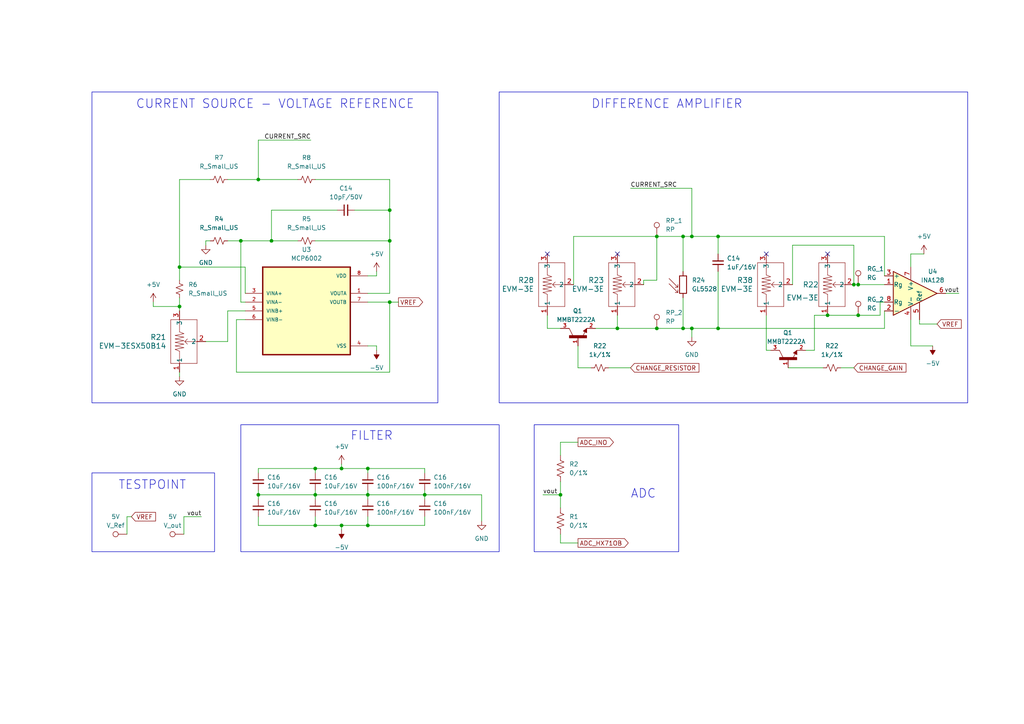
<source format=kicad_sch>
(kicad_sch (version 20230121) (generator eeschema)

  (uuid d59a8457-b88b-4040-babf-7327ab497f8b)

  (paper "A4")

  (title_block
    (title "MEASURE")
    (date "2023-12-10")
  )

  (lib_symbols
    (symbol "Amplifier_Instrumentation:INA128" (pin_names (offset 0.127)) (in_bom yes) (on_board yes)
      (property "Reference" "U" (at 3.81 3.175 0)
        (effects (font (size 1.27 1.27)) (justify left))
      )
      (property "Value" "INA128" (at 3.81 -3.175 0)
        (effects (font (size 1.27 1.27)) (justify left))
      )
      (property "Footprint" "" (at 2.54 0 0)
        (effects (font (size 1.27 1.27)) hide)
      )
      (property "Datasheet" "http://www.ti.com/lit/ds/symlink/ina128.pdf" (at 2.54 0 0)
        (effects (font (size 1.27 1.27)) hide)
      )
      (property "ki_keywords" "instrumentation opamp" (at 0 0 0)
        (effects (font (size 1.27 1.27)) hide)
      )
      (property "ki_description" "Precision, Low Power Instrumentation Amplifier G = 1 + 50kOhm/Rg, DIP-8/SOIC-8" (at 0 0 0)
        (effects (font (size 1.27 1.27)) hide)
      )
      (property "ki_fp_filters" "DIP*W7.62mm* SOIC*P1.27mm*" (at 0 0 0)
        (effects (font (size 1.27 1.27)) hide)
      )
      (symbol "INA128_0_1"
        (polyline
          (pts
            (xy 7.62 0)
            (xy -5.08 6.35)
            (xy -5.08 -6.35)
            (xy 7.62 0)
          )
          (stroke (width 0.254) (type default))
          (fill (type background))
        )
      )
      (symbol "INA128_1_1"
        (pin passive line (at -7.62 2.54 0) (length 2.54)
          (name "Rg" (effects (font (size 1.27 1.27))))
          (number "1" (effects (font (size 1.27 1.27))))
        )
        (pin input line (at -7.62 -5.08 0) (length 2.54)
          (name "-" (effects (font (size 1.27 1.27))))
          (number "2" (effects (font (size 1.27 1.27))))
        )
        (pin input line (at -7.62 5.08 0) (length 2.54)
          (name "+" (effects (font (size 1.27 1.27))))
          (number "3" (effects (font (size 1.27 1.27))))
        )
        (pin power_in line (at 0 -7.62 90) (length 3.81)
          (name "V-" (effects (font (size 1.27 1.27))))
          (number "4" (effects (font (size 1.27 1.27))))
        )
        (pin input line (at 2.54 -7.62 90) (length 5.08)
          (name "Ref" (effects (font (size 1.27 1.27))))
          (number "5" (effects (font (size 1.27 1.27))))
        )
        (pin output line (at 10.16 0 180) (length 2.54)
          (name "~" (effects (font (size 1.27 1.27))))
          (number "6" (effects (font (size 1.27 1.27))))
        )
        (pin power_in line (at 0 7.62 270) (length 3.81)
          (name "V+" (effects (font (size 1.27 1.27))))
          (number "7" (effects (font (size 1.27 1.27))))
        )
        (pin passive line (at -7.62 -2.54 0) (length 2.54)
          (name "Rg" (effects (font (size 1.27 1.27))))
          (number "8" (effects (font (size 1.27 1.27))))
        )
      )
    )
    (symbol "Connector:TestPoint" (pin_numbers hide) (pin_names (offset 0.762) hide) (in_bom yes) (on_board yes)
      (property "Reference" "TP" (at 0 6.858 0)
        (effects (font (size 1.27 1.27)))
      )
      (property "Value" "TestPoint" (at 0 5.08 0)
        (effects (font (size 1.27 1.27)))
      )
      (property "Footprint" "" (at 5.08 0 0)
        (effects (font (size 1.27 1.27)) hide)
      )
      (property "Datasheet" "~" (at 5.08 0 0)
        (effects (font (size 1.27 1.27)) hide)
      )
      (property "ki_keywords" "test point tp" (at 0 0 0)
        (effects (font (size 1.27 1.27)) hide)
      )
      (property "ki_description" "test point" (at 0 0 0)
        (effects (font (size 1.27 1.27)) hide)
      )
      (property "ki_fp_filters" "Pin* Test*" (at 0 0 0)
        (effects (font (size 1.27 1.27)) hide)
      )
      (symbol "TestPoint_0_1"
        (circle (center 0 3.302) (radius 0.762)
          (stroke (width 0) (type default))
          (fill (type none))
        )
      )
      (symbol "TestPoint_1_1"
        (pin passive line (at 0 0 90) (length 2.54)
          (name "1" (effects (font (size 1.27 1.27))))
          (number "1" (effects (font (size 1.27 1.27))))
        )
      )
    )
    (symbol "Device:C_Small" (pin_numbers hide) (pin_names (offset 0.254) hide) (in_bom yes) (on_board yes)
      (property "Reference" "C" (at 0.254 1.778 0)
        (effects (font (size 1.27 1.27)) (justify left))
      )
      (property "Value" "C_Small" (at 0.254 -2.032 0)
        (effects (font (size 1.27 1.27)) (justify left))
      )
      (property "Footprint" "" (at 0 0 0)
        (effects (font (size 1.27 1.27)) hide)
      )
      (property "Datasheet" "~" (at 0 0 0)
        (effects (font (size 1.27 1.27)) hide)
      )
      (property "ki_keywords" "capacitor cap" (at 0 0 0)
        (effects (font (size 1.27 1.27)) hide)
      )
      (property "ki_description" "Unpolarized capacitor, small symbol" (at 0 0 0)
        (effects (font (size 1.27 1.27)) hide)
      )
      (property "ki_fp_filters" "C_*" (at 0 0 0)
        (effects (font (size 1.27 1.27)) hide)
      )
      (symbol "C_Small_0_1"
        (polyline
          (pts
            (xy -1.524 -0.508)
            (xy 1.524 -0.508)
          )
          (stroke (width 0.3302) (type default))
          (fill (type none))
        )
        (polyline
          (pts
            (xy -1.524 0.508)
            (xy 1.524 0.508)
          )
          (stroke (width 0.3048) (type default))
          (fill (type none))
        )
      )
      (symbol "C_Small_1_1"
        (pin passive line (at 0 2.54 270) (length 2.032)
          (name "~" (effects (font (size 1.27 1.27))))
          (number "1" (effects (font (size 1.27 1.27))))
        )
        (pin passive line (at 0 -2.54 90) (length 2.032)
          (name "~" (effects (font (size 1.27 1.27))))
          (number "2" (effects (font (size 1.27 1.27))))
        )
      )
    )
    (symbol "Device:R_Small_US" (pin_numbers hide) (pin_names (offset 0.254) hide) (in_bom yes) (on_board yes)
      (property "Reference" "R" (at 0.762 0.508 0)
        (effects (font (size 1.27 1.27)) (justify left))
      )
      (property "Value" "R_Small_US" (at 0.762 -1.016 0)
        (effects (font (size 1.27 1.27)) (justify left))
      )
      (property "Footprint" "" (at 0 0 0)
        (effects (font (size 1.27 1.27)) hide)
      )
      (property "Datasheet" "~" (at 0 0 0)
        (effects (font (size 1.27 1.27)) hide)
      )
      (property "ki_keywords" "r resistor" (at 0 0 0)
        (effects (font (size 1.27 1.27)) hide)
      )
      (property "ki_description" "Resistor, small US symbol" (at 0 0 0)
        (effects (font (size 1.27 1.27)) hide)
      )
      (property "ki_fp_filters" "R_*" (at 0 0 0)
        (effects (font (size 1.27 1.27)) hide)
      )
      (symbol "R_Small_US_1_1"
        (polyline
          (pts
            (xy 0 0)
            (xy 1.016 -0.381)
            (xy 0 -0.762)
            (xy -1.016 -1.143)
            (xy 0 -1.524)
          )
          (stroke (width 0) (type default))
          (fill (type none))
        )
        (polyline
          (pts
            (xy 0 1.524)
            (xy 1.016 1.143)
            (xy 0 0.762)
            (xy -1.016 0.381)
            (xy 0 0)
          )
          (stroke (width 0) (type default))
          (fill (type none))
        )
        (pin passive line (at 0 2.54 270) (length 1.016)
          (name "~" (effects (font (size 1.27 1.27))))
          (number "1" (effects (font (size 1.27 1.27))))
        )
        (pin passive line (at 0 -2.54 90) (length 1.016)
          (name "~" (effects (font (size 1.27 1.27))))
          (number "2" (effects (font (size 1.27 1.27))))
        )
      )
    )
    (symbol "Device:R_US" (pin_numbers hide) (pin_names (offset 0)) (in_bom yes) (on_board yes)
      (property "Reference" "R" (at 2.54 0 90)
        (effects (font (size 1.27 1.27)))
      )
      (property "Value" "R_US" (at -2.54 0 90)
        (effects (font (size 1.27 1.27)))
      )
      (property "Footprint" "" (at 1.016 -0.254 90)
        (effects (font (size 1.27 1.27)) hide)
      )
      (property "Datasheet" "~" (at 0 0 0)
        (effects (font (size 1.27 1.27)) hide)
      )
      (property "ki_keywords" "R res resistor" (at 0 0 0)
        (effects (font (size 1.27 1.27)) hide)
      )
      (property "ki_description" "Resistor, US symbol" (at 0 0 0)
        (effects (font (size 1.27 1.27)) hide)
      )
      (property "ki_fp_filters" "R_*" (at 0 0 0)
        (effects (font (size 1.27 1.27)) hide)
      )
      (symbol "R_US_0_1"
        (polyline
          (pts
            (xy 0 -2.286)
            (xy 0 -2.54)
          )
          (stroke (width 0) (type default))
          (fill (type none))
        )
        (polyline
          (pts
            (xy 0 2.286)
            (xy 0 2.54)
          )
          (stroke (width 0) (type default))
          (fill (type none))
        )
        (polyline
          (pts
            (xy 0 -0.762)
            (xy 1.016 -1.143)
            (xy 0 -1.524)
            (xy -1.016 -1.905)
            (xy 0 -2.286)
          )
          (stroke (width 0) (type default))
          (fill (type none))
        )
        (polyline
          (pts
            (xy 0 0.762)
            (xy 1.016 0.381)
            (xy 0 0)
            (xy -1.016 -0.381)
            (xy 0 -0.762)
          )
          (stroke (width 0) (type default))
          (fill (type none))
        )
        (polyline
          (pts
            (xy 0 2.286)
            (xy 1.016 1.905)
            (xy 0 1.524)
            (xy -1.016 1.143)
            (xy 0 0.762)
          )
          (stroke (width 0) (type default))
          (fill (type none))
        )
      )
      (symbol "R_US_1_1"
        (pin passive line (at 0 3.81 270) (length 1.27)
          (name "~" (effects (font (size 1.27 1.27))))
          (number "1" (effects (font (size 1.27 1.27))))
        )
        (pin passive line (at 0 -3.81 90) (length 1.27)
          (name "~" (effects (font (size 1.27 1.27))))
          (number "2" (effects (font (size 1.27 1.27))))
        )
      )
    )
    (symbol "EVM-3ESX50B14:EVM-3ESX50B14" (pin_names (offset 0.254)) (in_bom yes) (on_board yes)
      (property "Reference" "R" (at 20.32 10.16 0)
        (effects (font (size 1.524 1.524)))
      )
      (property "Value" "EVM-3ESX50B14" (at 20.32 7.62 0)
        (effects (font (size 1.524 1.524)))
      )
      (property "Footprint" "ul_EVM-3ESX50B14:EVM-3ESX50B14_PAN" (at 34.29 -7.62 0)
        (effects (font (size 1.27 1.27) italic) hide)
      )
      (property "Datasheet" "EVM-3ESX50B14" (at 34.29 -7.62 0)
        (effects (font (size 1.27 1.27) italic) hide)
      )
      (property "URL" "" (at 0 0 0)
        (effects (font (size 1.27 1.27)) hide)
      )
      (property "ki_keywords" "EVM-3ESX50B14" (at 0 0 0)
        (effects (font (size 1.27 1.27)) hide)
      )
      (property "ki_fp_filters" "EVM-3ESX50B14_PAN" (at 0 0 0)
        (effects (font (size 1.27 1.27)) hide)
      )
      (symbol "EVM-3ESX50B14_0_1"
        (polyline
          (pts
            (xy 13.97 -5.08)
            (xy 26.67 -5.08)
          )
          (stroke (width 0.127) (type default))
          (fill (type none))
        )
        (polyline
          (pts
            (xy 13.97 0)
            (xy 17.526 0)
          )
          (stroke (width 0.127) (type default))
          (fill (type none))
        )
        (polyline
          (pts
            (xy 13.97 2.54)
            (xy 13.97 -5.08)
          )
          (stroke (width 0.127) (type default))
          (fill (type none))
        )
        (polyline
          (pts
            (xy 17.526 0)
            (xy 18.034 1.27)
          )
          (stroke (width 0.127) (type default))
          (fill (type none))
        )
        (polyline
          (pts
            (xy 18.034 1.27)
            (xy 18.542 -1.27)
          )
          (stroke (width 0.127) (type default))
          (fill (type none))
        )
        (polyline
          (pts
            (xy 18.542 -1.27)
            (xy 19.05 1.27)
          )
          (stroke (width 0.127) (type default))
          (fill (type none))
        )
        (polyline
          (pts
            (xy 19.05 1.27)
            (xy 19.558 -1.27)
          )
          (stroke (width 0.127) (type default))
          (fill (type none))
        )
        (polyline
          (pts
            (xy 19.558 -1.27)
            (xy 20.066 1.27)
          )
          (stroke (width 0.127) (type default))
          (fill (type none))
        )
        (polyline
          (pts
            (xy 20.066 1.27)
            (xy 20.574 -1.27)
          )
          (stroke (width 0.127) (type default))
          (fill (type none))
        )
        (polyline
          (pts
            (xy 20.32 -1.524)
            (xy 19.558 -2.286)
          )
          (stroke (width 0.127) (type default))
          (fill (type none))
        )
        (polyline
          (pts
            (xy 20.32 -1.524)
            (xy 20.32 -5.08)
          )
          (stroke (width 0.127) (type default))
          (fill (type none))
        )
        (polyline
          (pts
            (xy 20.32 -1.524)
            (xy 21.082 -2.286)
          )
          (stroke (width 0.127) (type default))
          (fill (type none))
        )
        (polyline
          (pts
            (xy 20.574 -1.27)
            (xy 21.082 1.27)
          )
          (stroke (width 0.127) (type default))
          (fill (type none))
        )
        (polyline
          (pts
            (xy 21.082 1.27)
            (xy 21.59 -1.27)
          )
          (stroke (width 0.127) (type default))
          (fill (type none))
        )
        (polyline
          (pts
            (xy 21.59 -1.27)
            (xy 22.098 1.27)
          )
          (stroke (width 0.127) (type default))
          (fill (type none))
        )
        (polyline
          (pts
            (xy 22.098 1.27)
            (xy 22.606 -1.27)
          )
          (stroke (width 0.127) (type default))
          (fill (type none))
        )
        (polyline
          (pts
            (xy 22.606 -1.27)
            (xy 23.114 0)
          )
          (stroke (width 0.127) (type default))
          (fill (type none))
        )
        (polyline
          (pts
            (xy 23.114 0)
            (xy 26.67 0)
          )
          (stroke (width 0.127) (type default))
          (fill (type none))
        )
        (polyline
          (pts
            (xy 26.67 -5.08)
            (xy 26.67 2.54)
          )
          (stroke (width 0.127) (type default))
          (fill (type none))
        )
        (polyline
          (pts
            (xy 26.67 2.54)
            (xy 13.97 2.54)
          )
          (stroke (width 0.127) (type default))
          (fill (type none))
        )
      )
      (symbol "EVM-3ESX50B14_1_1"
        (pin unspecified line (at 11.43 0 0) (length 2.54)
          (name "1" (effects (font (size 1.27 1.27))))
          (number "1" (effects (font (size 1.27 1.27))))
        )
        (pin unspecified line (at 20.32 -7.62 90) (length 2.54)
          (name "2" (effects (font (size 1.27 1.27))))
          (number "2" (effects (font (size 1.27 1.27))))
        )
        (pin unspecified line (at 29.21 0 180) (length 2.54)
          (name "3" (effects (font (size 1.27 1.27))))
          (number "3" (effects (font (size 1.27 1.27))))
        )
      )
    )
    (symbol "EVM-3ESX50B14_1" (pin_names (offset 0.254)) (in_bom yes) (on_board yes)
      (property "Reference" "R21" (at 21.59 3.81 90)
        (effects (font (size 1.524 1.524)) (justify left))
      )
      (property "Value" "EVM-3ESX50B14" (at 19.05 3.81 90)
        (effects (font (size 1.524 1.524)) (justify left))
      )
      (property "Footprint" "ul_EVM-3ESX50B14:EVM-3ESX50B14_PAN" (at 34.29 -7.62 0)
        (effects (font (size 1.27 1.27) italic) hide)
      )
      (property "Datasheet" "EVM-3ESX50B14" (at 34.29 -7.62 0)
        (effects (font (size 1.27 1.27) italic) hide)
      )
      (property "URL" "" (at 0 0 0)
        (effects (font (size 1.27 1.27)) hide)
      )
      (property "ki_keywords" "EVM-3ESX50B14" (at 0 0 0)
        (effects (font (size 1.27 1.27)) hide)
      )
      (property "ki_fp_filters" "EVM-3ESX50B14_PAN" (at 0 0 0)
        (effects (font (size 1.27 1.27)) hide)
      )
      (symbol "EVM-3ESX50B14_1_0_1"
        (polyline
          (pts
            (xy 13.97 -5.08)
            (xy 26.67 -5.08)
          )
          (stroke (width 0.127) (type default))
          (fill (type none))
        )
        (polyline
          (pts
            (xy 13.97 0)
            (xy 17.526 0)
          )
          (stroke (width 0.127) (type default))
          (fill (type none))
        )
        (polyline
          (pts
            (xy 13.97 2.54)
            (xy 13.97 -5.08)
          )
          (stroke (width 0.127) (type default))
          (fill (type none))
        )
        (polyline
          (pts
            (xy 17.526 0)
            (xy 18.034 1.27)
          )
          (stroke (width 0.127) (type default))
          (fill (type none))
        )
        (polyline
          (pts
            (xy 18.034 1.27)
            (xy 18.542 -1.27)
          )
          (stroke (width 0.127) (type default))
          (fill (type none))
        )
        (polyline
          (pts
            (xy 18.542 -1.27)
            (xy 19.05 1.27)
          )
          (stroke (width 0.127) (type default))
          (fill (type none))
        )
        (polyline
          (pts
            (xy 19.05 1.27)
            (xy 19.558 -1.27)
          )
          (stroke (width 0.127) (type default))
          (fill (type none))
        )
        (polyline
          (pts
            (xy 19.558 -1.27)
            (xy 20.066 1.27)
          )
          (stroke (width 0.127) (type default))
          (fill (type none))
        )
        (polyline
          (pts
            (xy 20.066 1.27)
            (xy 20.574 -1.27)
          )
          (stroke (width 0.127) (type default))
          (fill (type none))
        )
        (polyline
          (pts
            (xy 20.32 -1.524)
            (xy 19.558 -2.286)
          )
          (stroke (width 0.127) (type default))
          (fill (type none))
        )
        (polyline
          (pts
            (xy 20.32 -1.524)
            (xy 20.32 -5.08)
          )
          (stroke (width 0.127) (type default))
          (fill (type none))
        )
        (polyline
          (pts
            (xy 20.32 -1.524)
            (xy 21.082 -2.286)
          )
          (stroke (width 0.127) (type default))
          (fill (type none))
        )
        (polyline
          (pts
            (xy 20.574 -1.27)
            (xy 21.082 1.27)
          )
          (stroke (width 0.127) (type default))
          (fill (type none))
        )
        (polyline
          (pts
            (xy 21.082 1.27)
            (xy 21.59 -1.27)
          )
          (stroke (width 0.127) (type default))
          (fill (type none))
        )
        (polyline
          (pts
            (xy 21.59 -1.27)
            (xy 22.098 1.27)
          )
          (stroke (width 0.127) (type default))
          (fill (type none))
        )
        (polyline
          (pts
            (xy 22.098 1.27)
            (xy 22.606 -1.27)
          )
          (stroke (width 0.127) (type default))
          (fill (type none))
        )
        (polyline
          (pts
            (xy 22.606 -1.27)
            (xy 23.114 0)
          )
          (stroke (width 0.127) (type default))
          (fill (type none))
        )
        (polyline
          (pts
            (xy 23.114 0)
            (xy 26.67 0)
          )
          (stroke (width 0.127) (type default))
          (fill (type none))
        )
        (polyline
          (pts
            (xy 26.67 -5.08)
            (xy 26.67 2.54)
          )
          (stroke (width 0.127) (type default))
          (fill (type none))
        )
        (polyline
          (pts
            (xy 26.67 2.54)
            (xy 13.97 2.54)
          )
          (stroke (width 0.127) (type default))
          (fill (type none))
        )
      )
      (symbol "EVM-3ESX50B14_1_1_1"
        (pin unspecified line (at 11.43 0 0) (length 2.54)
          (name "1" (effects (font (size 1.27 1.27))))
          (number "1" (effects (font (size 1.27 1.27))))
        )
        (pin unspecified line (at 20.32 -7.62 90) (length 2.54)
          (name "2" (effects (font (size 1.27 1.27))))
          (number "2" (effects (font (size 1.27 1.27))))
        )
        (pin unspecified line (at 29.21 0 180) (length 2.54)
          (name "3" (effects (font (size 1.27 1.27))))
          (number "3" (effects (font (size 1.27 1.27))))
        )
      )
    )
    (symbol "MCP6002:MCP6002" (pin_names (offset 1.016)) (in_bom yes) (on_board yes)
      (property "Reference" "U" (at -12.7 13.7 0)
        (effects (font (size 1.27 1.27)) (justify left bottom))
      )
      (property "Value" "MCP6002" (at -12.7 -16.7 0)
        (effects (font (size 1.27 1.27)) (justify left bottom))
      )
      (property "Footprint" "MCP6002-I_P:DIP787W46P254L927H533Q8" (at 0 0 0)
        (effects (font (size 1.27 1.27)) (justify bottom) hide)
      )
      (property "Datasheet" "" (at 0 0 0)
        (effects (font (size 1.27 1.27)) hide)
      )
      (property "MF" "Microchip" (at 0 0 0)
        (effects (font (size 1.27 1.27)) (justify bottom) hide)
      )
      (property "Description" "\nMicrochip ,Dual Op Amp,1MHz CMOS,Rail to Rail,3V,5V,8-Pin PDIP | Microchip Technology Inc. MCP6002-I/P\n" (at 0 0 0)
        (effects (font (size 1.27 1.27)) (justify bottom) hide)
      )
      (property "Package" "DIP-8 Microchip" (at 0 0 0)
        (effects (font (size 1.27 1.27)) (justify bottom) hide)
      )
      (property "Price" "None" (at 0 0 0)
        (effects (font (size 1.27 1.27)) (justify bottom) hide)
      )
      (property "SnapEDA_Link" "https://www.snapeda.com/parts/MCP6002-I/P/Microchip/view-part/?ref=snap" (at 0 0 0)
        (effects (font (size 1.27 1.27)) (justify bottom) hide)
      )
      (property "MP" "MCP6002-I/P" (at 0 0 0)
        (effects (font (size 1.27 1.27)) (justify bottom) hide)
      )
      (property "Purchase-URL" "https://www.snapeda.com/api/url_track_click_mouser/?unipart_id=235723&manufacturer=Microchip&part_name=MCP6002-I/P&search_term=None" (at 0 0 0)
        (effects (font (size 1.27 1.27)) (justify bottom) hide)
      )
      (property "Availability" "In Stock" (at 0 0 0)
        (effects (font (size 1.27 1.27)) (justify bottom) hide)
      )
      (property "Check_prices" "https://www.snapeda.com/parts/MCP6002-I/P/Microchip/view-part/?ref=eda" (at 0 0 0)
        (effects (font (size 1.27 1.27)) (justify bottom) hide)
      )
      (symbol "MCP6002_0_0"
        (rectangle (start -12.7 -12.7) (end 12.7 12.7)
          (stroke (width 0.41) (type default))
          (fill (type background))
        )
        (pin output line (at 17.78 5.08 180) (length 5.08)
          (name "VOUTA" (effects (font (size 1.016 1.016))))
          (number "1" (effects (font (size 1.016 1.016))))
        )
        (pin input line (at -17.78 2.54 0) (length 5.08)
          (name "VINA-" (effects (font (size 1.016 1.016))))
          (number "2" (effects (font (size 1.016 1.016))))
        )
        (pin input line (at -17.78 5.08 0) (length 5.08)
          (name "VINA+" (effects (font (size 1.016 1.016))))
          (number "3" (effects (font (size 1.016 1.016))))
        )
        (pin power_in line (at 17.78 -10.16 180) (length 5.08)
          (name "VSS" (effects (font (size 1.016 1.016))))
          (number "4" (effects (font (size 1.016 1.016))))
        )
        (pin input line (at -17.78 0 0) (length 5.08)
          (name "VINB+" (effects (font (size 1.016 1.016))))
          (number "5" (effects (font (size 1.016 1.016))))
        )
        (pin input line (at -17.78 -2.54 0) (length 5.08)
          (name "VINB-" (effects (font (size 1.016 1.016))))
          (number "6" (effects (font (size 1.016 1.016))))
        )
        (pin output line (at 17.78 2.54 180) (length 5.08)
          (name "VOUTB" (effects (font (size 1.016 1.016))))
          (number "7" (effects (font (size 1.016 1.016))))
        )
        (pin power_in line (at 17.78 10.16 180) (length 5.08)
          (name "VDD" (effects (font (size 1.016 1.016))))
          (number "8" (effects (font (size 1.016 1.016))))
        )
      )
    )
    (symbol "MMBT2222A:MMBT2222A" (pin_names (offset 1.016)) (in_bom yes) (on_board yes)
      (property "Reference" "Q" (at -10.1729 7.6297 0)
        (effects (font (size 1.27 1.27)) (justify left bottom))
      )
      (property "Value" "MMBT2222A" (at -10.1683 5.0841 0)
        (effects (font (size 1.27 1.27)) (justify left bottom))
      )
      (property "Footprint" "" (at 0 0 0)
        (effects (font (size 1.27 1.27)) (justify bottom) hide)
      )
      (property "Datasheet" "" (at 0 0 0)
        (effects (font (size 1.27 1.27)) hide)
      )
      (property "DIGIKEY" "" (at 0 0 0)
        (effects (font (size 1.27 1.27)) (justify bottom) hide)
      )
      (property "ELEMENT14" "" (at 0 0 0)
        (effects (font (size 1.27 1.27)) (justify bottom) hide)
      )
      (symbol "MMBT2222A_0_0"
        (rectangle (start -0.2545 -2.5449) (end 0.508 2.54)
          (stroke (width 0.1) (type default))
          (fill (type outline))
        )
        (polyline
          (pts
            (xy 1.27 -2.54)
            (xy 1.778 -1.524)
          )
          (stroke (width 0.1524) (type default))
          (fill (type none))
        )
        (polyline
          (pts
            (xy 1.524 -2.413)
            (xy 2.286 -2.413)
          )
          (stroke (width 0.254) (type default))
          (fill (type none))
        )
        (polyline
          (pts
            (xy 1.524 -2.286)
            (xy 1.905 -2.286)
          )
          (stroke (width 0.254) (type default))
          (fill (type none))
        )
        (polyline
          (pts
            (xy 1.54 -2.04)
            (xy 0.308 -1.424)
          )
          (stroke (width 0.1524) (type default))
          (fill (type none))
        )
        (polyline
          (pts
            (xy 1.778 -1.778)
            (xy 1.524 -2.286)
          )
          (stroke (width 0.254) (type default))
          (fill (type none))
        )
        (polyline
          (pts
            (xy 1.778 -1.524)
            (xy 2.54 -2.54)
          )
          (stroke (width 0.1524) (type default))
          (fill (type none))
        )
        (polyline
          (pts
            (xy 1.905 -2.286)
            (xy 1.778 -2.032)
          )
          (stroke (width 0.254) (type default))
          (fill (type none))
        )
        (polyline
          (pts
            (xy 2.286 -2.413)
            (xy 1.778 -1.778)
          )
          (stroke (width 0.254) (type default))
          (fill (type none))
        )
        (polyline
          (pts
            (xy 2.54 -2.54)
            (xy 1.27 -2.54)
          )
          (stroke (width 0.1524) (type default))
          (fill (type none))
        )
        (polyline
          (pts
            (xy 2.54 2.54)
            (xy 0.508 1.524)
          )
          (stroke (width 0.1524) (type default))
          (fill (type none))
        )
        (pin passive line (at -2.54 0 0) (length 2.54)
          (name "~" (effects (font (size 1.016 1.016))))
          (number "1" (effects (font (size 1.016 1.016))))
        )
        (pin passive line (at 2.54 -5.08 90) (length 2.54)
          (name "~" (effects (font (size 1.016 1.016))))
          (number "2" (effects (font (size 1.016 1.016))))
        )
        (pin passive line (at 2.54 5.08 270) (length 2.54)
          (name "~" (effects (font (size 1.016 1.016))))
          (number "3" (effects (font (size 1.016 1.016))))
        )
      )
    )
    (symbol "Sensor_Optical:A9013" (pin_numbers hide) (pin_names (offset 0)) (in_bom yes) (on_board yes)
      (property "Reference" "R" (at -5.08 0 90)
        (effects (font (size 1.27 1.27)))
      )
      (property "Value" "A9013" (at 1.905 0 90)
        (effects (font (size 1.27 1.27)) (justify top))
      )
      (property "Footprint" "OptoDevice:R_LDR_5.0x4.1mm_P3mm_Vertical" (at 4.445 0 90)
        (effects (font (size 1.27 1.27)) hide)
      )
      (property "Datasheet" "http://www.produktinfo.conrad.com/datenblaetter/125000-149999/145475-da-01-en-FOTOWIDERSTAND_A_9060_A_9013.pdf" (at 0 -1.27 0)
        (effects (font (size 1.27 1.27)) hide)
      )
      (property "ki_keywords" "light dependent photo resistor LDR" (at 0 0 0)
        (effects (font (size 1.27 1.27)) hide)
      )
      (property "ki_description" "light dependent resistor" (at 0 0 0)
        (effects (font (size 1.27 1.27)) hide)
      )
      (property "ki_fp_filters" "R*LDR*5.0x4.1mm*P3mm*" (at 0 0 0)
        (effects (font (size 1.27 1.27)) hide)
      )
      (symbol "A9013_0_1"
        (rectangle (start -1.016 2.54) (end 1.016 -2.54)
          (stroke (width 0.254) (type default))
          (fill (type none))
        )
        (polyline
          (pts
            (xy -1.524 -2.286)
            (xy -4.064 0.254)
          )
          (stroke (width 0) (type default))
          (fill (type none))
        )
        (polyline
          (pts
            (xy -1.524 -2.286)
            (xy -2.286 -2.286)
          )
          (stroke (width 0) (type default))
          (fill (type none))
        )
        (polyline
          (pts
            (xy -1.524 -2.286)
            (xy -1.524 -1.524)
          )
          (stroke (width 0) (type default))
          (fill (type none))
        )
        (polyline
          (pts
            (xy -1.524 -0.762)
            (xy -4.064 1.778)
          )
          (stroke (width 0) (type default))
          (fill (type none))
        )
        (polyline
          (pts
            (xy -1.524 -0.762)
            (xy -2.286 -0.762)
          )
          (stroke (width 0) (type default))
          (fill (type none))
        )
        (polyline
          (pts
            (xy -1.524 -0.762)
            (xy -1.524 0)
          )
          (stroke (width 0) (type default))
          (fill (type none))
        )
      )
      (symbol "A9013_1_1"
        (pin passive line (at 0 3.81 270) (length 1.27)
          (name "~" (effects (font (size 1.27 1.27))))
          (number "1" (effects (font (size 1.27 1.27))))
        )
        (pin passive line (at 0 -3.81 90) (length 1.27)
          (name "~" (effects (font (size 1.27 1.27))))
          (number "2" (effects (font (size 1.27 1.27))))
        )
      )
    )
    (symbol "power:+5V" (power) (pin_names (offset 0)) (in_bom yes) (on_board yes)
      (property "Reference" "#PWR" (at 0 -3.81 0)
        (effects (font (size 1.27 1.27)) hide)
      )
      (property "Value" "+5V" (at 0 3.556 0)
        (effects (font (size 1.27 1.27)))
      )
      (property "Footprint" "" (at 0 0 0)
        (effects (font (size 1.27 1.27)) hide)
      )
      (property "Datasheet" "" (at 0 0 0)
        (effects (font (size 1.27 1.27)) hide)
      )
      (property "ki_keywords" "global power" (at 0 0 0)
        (effects (font (size 1.27 1.27)) hide)
      )
      (property "ki_description" "Power symbol creates a global label with name \"+5V\"" (at 0 0 0)
        (effects (font (size 1.27 1.27)) hide)
      )
      (symbol "+5V_0_1"
        (polyline
          (pts
            (xy -0.762 1.27)
            (xy 0 2.54)
          )
          (stroke (width 0) (type default))
          (fill (type none))
        )
        (polyline
          (pts
            (xy 0 0)
            (xy 0 2.54)
          )
          (stroke (width 0) (type default))
          (fill (type none))
        )
        (polyline
          (pts
            (xy 0 2.54)
            (xy 0.762 1.27)
          )
          (stroke (width 0) (type default))
          (fill (type none))
        )
      )
      (symbol "+5V_1_1"
        (pin power_in line (at 0 0 90) (length 0) hide
          (name "+5V" (effects (font (size 1.27 1.27))))
          (number "1" (effects (font (size 1.27 1.27))))
        )
      )
    )
    (symbol "power:-5V" (power) (pin_names (offset 0)) (in_bom yes) (on_board yes)
      (property "Reference" "#PWR" (at 0 2.54 0)
        (effects (font (size 1.27 1.27)) hide)
      )
      (property "Value" "-5V" (at 0 3.81 0)
        (effects (font (size 1.27 1.27)))
      )
      (property "Footprint" "" (at 0 0 0)
        (effects (font (size 1.27 1.27)) hide)
      )
      (property "Datasheet" "" (at 0 0 0)
        (effects (font (size 1.27 1.27)) hide)
      )
      (property "ki_keywords" "global power" (at 0 0 0)
        (effects (font (size 1.27 1.27)) hide)
      )
      (property "ki_description" "Power symbol creates a global label with name \"-5V\"" (at 0 0 0)
        (effects (font (size 1.27 1.27)) hide)
      )
      (symbol "-5V_0_0"
        (pin power_in line (at 0 0 90) (length 0) hide
          (name "-5V" (effects (font (size 1.27 1.27))))
          (number "1" (effects (font (size 1.27 1.27))))
        )
      )
      (symbol "-5V_0_1"
        (polyline
          (pts
            (xy 0 0)
            (xy 0 1.27)
            (xy 0.762 1.27)
            (xy 0 2.54)
            (xy -0.762 1.27)
            (xy 0 1.27)
          )
          (stroke (width 0) (type default))
          (fill (type outline))
        )
      )
    )
    (symbol "power:GND" (power) (pin_names (offset 0)) (in_bom yes) (on_board yes)
      (property "Reference" "#PWR" (at 0 -6.35 0)
        (effects (font (size 1.27 1.27)) hide)
      )
      (property "Value" "GND" (at 0 -3.81 0)
        (effects (font (size 1.27 1.27)))
      )
      (property "Footprint" "" (at 0 0 0)
        (effects (font (size 1.27 1.27)) hide)
      )
      (property "Datasheet" "" (at 0 0 0)
        (effects (font (size 1.27 1.27)) hide)
      )
      (property "ki_keywords" "global power" (at 0 0 0)
        (effects (font (size 1.27 1.27)) hide)
      )
      (property "ki_description" "Power symbol creates a global label with name \"GND\" , ground" (at 0 0 0)
        (effects (font (size 1.27 1.27)) hide)
      )
      (symbol "GND_0_1"
        (polyline
          (pts
            (xy 0 0)
            (xy 0 -1.27)
            (xy 1.27 -1.27)
            (xy 0 -2.54)
            (xy -1.27 -1.27)
            (xy 0 -1.27)
          )
          (stroke (width 0) (type default))
          (fill (type none))
        )
      )
      (symbol "GND_1_1"
        (pin power_in line (at 0 0 270) (length 0) hide
          (name "GND" (effects (font (size 1.27 1.27))))
          (number "1" (effects (font (size 1.27 1.27))))
        )
      )
    )
  )

  (junction (at 99.06 152.4) (diameter 0) (color 0 0 0 0)
    (uuid 00390720-3efa-4f53-89e9-4de29f08e8bf)
  )
  (junction (at 78.74 69.85) (diameter 0) (color 0 0 0 0)
    (uuid 086b97fb-ef8e-4c52-bfb8-2948b76946ec)
  )
  (junction (at 200.66 95.25) (diameter 0) (color 0 0 0 0)
    (uuid 1343041f-9e3d-4175-af0f-bc27855028b5)
  )
  (junction (at 198.12 95.25) (diameter 0) (color 0 0 0 0)
    (uuid 1b0324ef-54b4-4d96-8f63-bde4167db67e)
  )
  (junction (at 52.07 77.47) (diameter 0) (color 0 0 0 0)
    (uuid 21af7f03-6833-4af2-87ce-8f50190200d0)
  )
  (junction (at 208.28 95.25) (diameter 0) (color 0 0 0 0)
    (uuid 22835409-171f-4f63-b7dc-ca1f6a8b3808)
  )
  (junction (at 113.03 69.85) (diameter 0) (color 0 0 0 0)
    (uuid 23a0806a-85ec-4fc8-a84b-6dbb4cc7db05)
  )
  (junction (at 113.03 87.63) (diameter 0) (color 0 0 0 0)
    (uuid 262d8013-2dcc-46df-9083-709d8b9c5711)
  )
  (junction (at 91.44 143.51) (diameter 0) (color 0 0 0 0)
    (uuid 298430f4-ded9-46ce-bea8-5dd56b47e708)
  )
  (junction (at 248.92 91.44) (diameter 0) (color 0 0 0 0)
    (uuid 3feeebf8-8ab0-40de-9014-84b49be2baf5)
  )
  (junction (at 190.5 68.58) (diameter 0) (color 0 0 0 0)
    (uuid 430025c9-3412-42a4-b2ff-ec3a7bfa9fb0)
  )
  (junction (at 74.93 52.07) (diameter 0) (color 0 0 0 0)
    (uuid 4a0f8065-7428-4c3e-adf4-57395ed96bb2)
  )
  (junction (at 91.44 152.4) (diameter 0) (color 0 0 0 0)
    (uuid 4a20235c-1267-4afc-815e-a38d2844ddaf)
  )
  (junction (at 240.03 91.44) (diameter 0) (color 0 0 0 0)
    (uuid 51d5bf01-455d-4e92-9078-19a672d29431)
  )
  (junction (at 113.03 60.96) (diameter 0) (color 0 0 0 0)
    (uuid 52586550-fc3a-47e8-99d0-e6353600d591)
  )
  (junction (at 248.92 82.55) (diameter 0) (color 0 0 0 0)
    (uuid 5636f782-c830-4c1c-a441-51f0d4b24e42)
  )
  (junction (at 106.68 152.4) (diameter 0) (color 0 0 0 0)
    (uuid 57eda979-66cf-42ef-b955-b4721a39f293)
  )
  (junction (at 208.28 68.58) (diameter 0) (color 0 0 0 0)
    (uuid 795b54bb-78a1-43fd-8e69-91b88cb94f3f)
  )
  (junction (at 179.07 95.25) (diameter 0) (color 0 0 0 0)
    (uuid 80c9c4e9-4448-46ec-9763-bf83ea54140f)
  )
  (junction (at 123.19 143.51) (diameter 0) (color 0 0 0 0)
    (uuid 8bff1f05-8acf-4e1c-ad4e-8c7f7e09a5c1)
  )
  (junction (at 190.5 95.25) (diameter 0) (color 0 0 0 0)
    (uuid ab885a3d-2079-4745-8e38-db058e7c0938)
  )
  (junction (at 106.68 135.89) (diameter 0) (color 0 0 0 0)
    (uuid c0d4c39f-86dd-404f-b6bf-849085bd184c)
  )
  (junction (at 162.56 143.51) (diameter 0) (color 0 0 0 0)
    (uuid d07e5fc1-b7e3-4ce0-84c8-79046e464826)
  )
  (junction (at 198.12 68.58) (diameter 0) (color 0 0 0 0)
    (uuid d3a48ac8-b901-46b5-bf2e-56f926944576)
  )
  (junction (at 69.85 69.85) (diameter 0) (color 0 0 0 0)
    (uuid e0ad0bce-a9fa-4a16-88c9-9be1a1be323f)
  )
  (junction (at 52.07 88.9) (diameter 0) (color 0 0 0 0)
    (uuid e82b7b8b-b184-4ea4-a8af-5c38c8e5f949)
  )
  (junction (at 247.65 82.55) (diameter 0) (color 0 0 0 0)
    (uuid e9d8ff76-b074-481f-9152-07e0c2fddc6f)
  )
  (junction (at 99.06 135.89) (diameter 0) (color 0 0 0 0)
    (uuid ee5007f7-6fd7-474a-8509-88bfcaab3ea3)
  )
  (junction (at 91.44 135.89) (diameter 0) (color 0 0 0 0)
    (uuid f2c22903-cb19-440b-8224-95374524d62b)
  )
  (junction (at 106.68 143.51) (diameter 0) (color 0 0 0 0)
    (uuid fca3c815-6f8f-473f-850e-4bd10daa14ce)
  )
  (junction (at 200.66 68.58) (diameter 0) (color 0 0 0 0)
    (uuid fcaad941-5836-4c61-9f77-cacc023d3f4e)
  )
  (junction (at 74.93 143.51) (diameter 0) (color 0 0 0 0)
    (uuid fcb0d9da-25a2-4c82-8cd3-a106dd67e011)
  )

  (no_connect (at 158.75 73.66) (uuid 48e97406-8214-4d5f-ab62-ef4a5783a9e6))
  (no_connect (at 179.07 73.66) (uuid 6a3e436f-7fc7-4850-827d-d508ce322043))
  (no_connect (at 240.03 73.66) (uuid 7eaa455d-6956-44cc-8c65-82e56afc5765))
  (no_connect (at 222.25 73.66) (uuid aa906432-0dd2-4ee1-9314-6ecbeb8911db))

  (wire (pts (xy 190.5 81.28) (xy 190.5 68.58))
    (stroke (width 0) (type default))
    (uuid 004a1c43-821f-4f79-be9e-169dbb02d501)
  )
  (wire (pts (xy 158.75 95.25) (xy 162.56 95.25))
    (stroke (width 0) (type default))
    (uuid 006cc3d1-3bb0-400f-a2bb-332212913973)
  )
  (wire (pts (xy 139.7 143.51) (xy 123.19 143.51))
    (stroke (width 0) (type default))
    (uuid 01148433-d937-40a5-abfd-931d2c0292f3)
  )
  (wire (pts (xy 91.44 135.89) (xy 91.44 137.16))
    (stroke (width 0) (type default))
    (uuid 06ac4a58-cdb0-4792-8b4d-7a63e1930a6a)
  )
  (wire (pts (xy 200.66 95.25) (xy 200.66 97.79))
    (stroke (width 0) (type default))
    (uuid 080824f6-d01e-41d0-90bd-621063ec92fb)
  )
  (wire (pts (xy 113.03 60.96) (xy 113.03 69.85))
    (stroke (width 0) (type default))
    (uuid 08e2f2d3-810d-4639-aaa6-5dac2cee8b04)
  )
  (wire (pts (xy 264.16 73.66) (xy 264.16 77.47))
    (stroke (width 0) (type default))
    (uuid 0915cdb0-7a74-4b0f-8d68-4f73d96ccdbb)
  )
  (wire (pts (xy 69.85 69.85) (xy 78.74 69.85))
    (stroke (width 0) (type default))
    (uuid 0b99d29e-53bb-46bc-b8bc-1852818a217b)
  )
  (wire (pts (xy 78.74 69.85) (xy 86.36 69.85))
    (stroke (width 0) (type default))
    (uuid 0c0c7e62-bfc2-4ace-b437-878b4eacc5a5)
  )
  (wire (pts (xy 229.87 71.12) (xy 247.65 71.12))
    (stroke (width 0) (type default))
    (uuid 0fb9476b-0d94-4df1-af9f-9a6122caf630)
  )
  (wire (pts (xy 222.25 101.6) (xy 223.52 101.6))
    (stroke (width 0) (type default))
    (uuid 10009662-6039-40b8-8578-a3a1f7a26a18)
  )
  (wire (pts (xy 167.64 128.27) (xy 162.56 128.27))
    (stroke (width 0) (type default))
    (uuid 1057331e-053e-411b-b56e-baa3f684ea7b)
  )
  (wire (pts (xy 59.69 99.06) (xy 66.04 99.06))
    (stroke (width 0) (type default))
    (uuid 14762601-a41e-4ac9-8703-e4f1356d821f)
  )
  (wire (pts (xy 198.12 86.36) (xy 198.12 95.25))
    (stroke (width 0) (type default))
    (uuid 163e22d7-d1df-49ae-ac05-fea6f97368c2)
  )
  (wire (pts (xy 74.93 143.51) (xy 74.93 144.78))
    (stroke (width 0) (type default))
    (uuid 192f2d99-f36a-489f-8628-8c640e02bcbb)
  )
  (wire (pts (xy 162.56 157.48) (xy 162.56 154.94))
    (stroke (width 0) (type default))
    (uuid 1b510d01-0bf8-485b-afe1-597760bca4be)
  )
  (wire (pts (xy 74.93 40.64) (xy 74.93 52.07))
    (stroke (width 0) (type default))
    (uuid 1b8049a6-5239-4dfa-a50a-84c9ce6cf921)
  )
  (wire (pts (xy 74.93 137.16) (xy 74.93 135.89))
    (stroke (width 0) (type default))
    (uuid 1eb6ecba-b491-4874-99ce-e3314d2d1d03)
  )
  (wire (pts (xy 109.22 78.74) (xy 109.22 80.01))
    (stroke (width 0) (type default))
    (uuid 1ed30884-e66b-4ea7-acc5-c54018c80f89)
  )
  (wire (pts (xy 52.07 86.36) (xy 52.07 88.9))
    (stroke (width 0) (type default))
    (uuid 201b475b-2cee-40ff-ba0b-f8ae7326024f)
  )
  (wire (pts (xy 179.07 95.25) (xy 190.5 95.25))
    (stroke (width 0) (type default))
    (uuid 247f547c-d64a-443a-a10f-7bac5220ef46)
  )
  (wire (pts (xy 236.22 101.6) (xy 233.68 101.6))
    (stroke (width 0) (type default))
    (uuid 27b8610f-bdcf-4c3e-92e8-d1a0240c580d)
  )
  (wire (pts (xy 53.34 149.86) (xy 53.34 154.94))
    (stroke (width 0) (type default))
    (uuid 28399924-0a3d-48a3-8e4c-735823869819)
  )
  (wire (pts (xy 113.03 52.07) (xy 113.03 60.96))
    (stroke (width 0) (type default))
    (uuid 29c219d3-a29a-4a79-8a24-c306ed20ac0f)
  )
  (wire (pts (xy 190.5 95.25) (xy 198.12 95.25))
    (stroke (width 0) (type default))
    (uuid 304980b7-4060-49e7-be7a-a175ee2e2827)
  )
  (wire (pts (xy 69.85 69.85) (xy 69.85 87.63))
    (stroke (width 0) (type default))
    (uuid 30adeae5-5c73-4377-ace6-a46fb380abda)
  )
  (wire (pts (xy 53.34 149.86) (xy 58.42 149.86))
    (stroke (width 0) (type default))
    (uuid 30bc24f4-2c8a-40b0-81d2-8945973fe8f4)
  )
  (wire (pts (xy 278.13 85.09) (xy 274.32 85.09))
    (stroke (width 0) (type default))
    (uuid 32920b0d-f2f2-4a15-a35e-a28155255316)
  )
  (wire (pts (xy 264.16 100.33) (xy 270.51 100.33))
    (stroke (width 0) (type default))
    (uuid 348d0c88-0980-457e-b456-ef882cd9b5d3)
  )
  (wire (pts (xy 66.04 99.06) (xy 66.04 90.17))
    (stroke (width 0) (type default))
    (uuid 3615f7a3-cfb3-4bba-b8b6-7d88383d26a3)
  )
  (wire (pts (xy 256.54 95.25) (xy 256.54 90.17))
    (stroke (width 0) (type default))
    (uuid 383f7bf1-a6ce-48e6-adc2-5da126ae4870)
  )
  (wire (pts (xy 91.44 143.51) (xy 91.44 144.78))
    (stroke (width 0) (type default))
    (uuid 427da50c-c806-4c27-ac38-47cb5092f7d3)
  )
  (wire (pts (xy 236.22 101.6) (xy 236.22 91.44))
    (stroke (width 0) (type default))
    (uuid 44f46071-5b57-4f21-8349-b48de1a15bed)
  )
  (wire (pts (xy 162.56 143.51) (xy 162.56 147.32))
    (stroke (width 0) (type default))
    (uuid 45dbf604-e7f0-45d8-a5d9-059212989a03)
  )
  (wire (pts (xy 66.04 90.17) (xy 71.12 90.17))
    (stroke (width 0) (type default))
    (uuid 484471d9-9994-4fb5-8b06-551a4330bc17)
  )
  (wire (pts (xy 78.74 60.96) (xy 78.74 69.85))
    (stroke (width 0) (type default))
    (uuid 4853e48e-e4a8-41d7-969e-f19ded0929c3)
  )
  (wire (pts (xy 264.16 92.71) (xy 264.16 100.33))
    (stroke (width 0) (type default))
    (uuid 488bba91-7fee-40f7-b0d2-9e6deb3c9d2f)
  )
  (wire (pts (xy 158.75 91.44) (xy 158.75 95.25))
    (stroke (width 0) (type default))
    (uuid 491505dc-6661-475f-954d-bab211be52f3)
  )
  (wire (pts (xy 106.68 135.89) (xy 123.19 135.89))
    (stroke (width 0) (type default))
    (uuid 49763682-cc93-4989-bd20-a3ce71432b11)
  )
  (wire (pts (xy 172.72 95.25) (xy 179.07 95.25))
    (stroke (width 0) (type default))
    (uuid 4b63ae6e-21c2-4dad-ae22-7dbbf78ca191)
  )
  (wire (pts (xy 52.07 107.95) (xy 52.07 109.22))
    (stroke (width 0) (type default))
    (uuid 4c1686f9-7010-4bdf-a63b-4c65b23e7cb0)
  )
  (wire (pts (xy 229.87 82.55) (xy 229.87 71.12))
    (stroke (width 0) (type default))
    (uuid 4c8a54c2-b94b-4e51-b087-cde22a88bbe9)
  )
  (wire (pts (xy 200.66 54.61) (xy 200.66 68.58))
    (stroke (width 0) (type default))
    (uuid 4e5432a8-4518-48de-956b-00662cc611c9)
  )
  (wire (pts (xy 167.64 106.68) (xy 171.45 106.68))
    (stroke (width 0) (type default))
    (uuid 4eb6856a-1585-4d83-b9f5-12f7121fed02)
  )
  (wire (pts (xy 91.44 142.24) (xy 91.44 143.51))
    (stroke (width 0) (type default))
    (uuid 4f8236c3-b90a-4977-a3eb-5a25fdc07c03)
  )
  (wire (pts (xy 200.66 68.58) (xy 208.28 68.58))
    (stroke (width 0) (type default))
    (uuid 555e9f83-82c1-4acb-9cec-455357d7f177)
  )
  (wire (pts (xy 157.48 143.51) (xy 162.56 143.51))
    (stroke (width 0) (type default))
    (uuid 5612ef25-ee1a-492d-9928-78810a5342c5)
  )
  (wire (pts (xy 74.93 152.4) (xy 91.44 152.4))
    (stroke (width 0) (type default))
    (uuid 56461444-a554-48ce-a434-2a697774b0f9)
  )
  (wire (pts (xy 99.06 134.62) (xy 99.06 135.89))
    (stroke (width 0) (type default))
    (uuid 5ad93862-9bb5-4652-bff2-a4c1e44e6a19)
  )
  (wire (pts (xy 182.88 54.61) (xy 200.66 54.61))
    (stroke (width 0) (type default))
    (uuid 5bd59c92-3d09-4e61-998b-2160ab470ab6)
  )
  (wire (pts (xy 208.28 68.58) (xy 208.28 73.66))
    (stroke (width 0) (type default))
    (uuid 61c5a3f7-9b80-49e7-804a-262ce66fc85d)
  )
  (wire (pts (xy 228.6 106.68) (xy 238.76 106.68))
    (stroke (width 0) (type default))
    (uuid 61d4c0f5-9ac7-431b-b01e-36bfeca26118)
  )
  (wire (pts (xy 106.68 143.51) (xy 106.68 144.78))
    (stroke (width 0) (type default))
    (uuid 644a0be7-dfc2-4963-9dab-af316fca1866)
  )
  (wire (pts (xy 44.45 87.63) (xy 44.45 88.9))
    (stroke (width 0) (type default))
    (uuid 647f76ff-4db8-4ca1-8188-f616da07c815)
  )
  (wire (pts (xy 109.22 100.33) (xy 106.68 100.33))
    (stroke (width 0) (type default))
    (uuid 66439f58-c070-406f-a927-5bd2bac8bb23)
  )
  (wire (pts (xy 139.7 151.13) (xy 139.7 143.51))
    (stroke (width 0) (type default))
    (uuid 673d2bac-9635-42eb-a8a3-f7ccc908d3e7)
  )
  (wire (pts (xy 106.68 152.4) (xy 123.19 152.4))
    (stroke (width 0) (type default))
    (uuid 684ebf3e-702e-4055-9fd1-1e2fbbf31a2e)
  )
  (wire (pts (xy 247.65 71.12) (xy 247.65 82.55))
    (stroke (width 0) (type default))
    (uuid 6972fa2b-9bb2-4ef0-9155-6e93e737ad92)
  )
  (wire (pts (xy 255.27 91.44) (xy 248.92 91.44))
    (stroke (width 0) (type default))
    (uuid 6dd5346a-b681-43af-b302-babdb351c544)
  )
  (wire (pts (xy 186.69 81.28) (xy 186.69 82.55))
    (stroke (width 0) (type default))
    (uuid 6eaccc5c-ae2d-4bc5-ae30-c3574c30c94e)
  )
  (wire (pts (xy 74.93 143.51) (xy 91.44 143.51))
    (stroke (width 0) (type default))
    (uuid 6f5526f1-e463-4d29-8acc-858dd71eaef4)
  )
  (wire (pts (xy 71.12 87.63) (xy 69.85 87.63))
    (stroke (width 0) (type default))
    (uuid 75eb5b79-74f7-4540-b262-be2328fb16e4)
  )
  (wire (pts (xy 66.04 69.85) (xy 69.85 69.85))
    (stroke (width 0) (type default))
    (uuid 79cdee21-83fe-4ed4-819a-7d67af071c8e)
  )
  (wire (pts (xy 208.28 68.58) (xy 256.54 68.58))
    (stroke (width 0) (type default))
    (uuid 79f8bcb2-2184-421f-b583-a8187d02d5b1)
  )
  (wire (pts (xy 52.07 88.9) (xy 52.07 90.17))
    (stroke (width 0) (type default))
    (uuid 7c385288-ab19-456e-a08f-3e61fa97ae07)
  )
  (wire (pts (xy 208.28 78.74) (xy 208.28 95.25))
    (stroke (width 0) (type default))
    (uuid 7d30712e-001c-4ed1-b68b-82c4433cb7a5)
  )
  (wire (pts (xy 255.27 87.63) (xy 255.27 91.44))
    (stroke (width 0) (type default))
    (uuid 7ddf39f9-9dc9-41e1-b96e-3a27d203e58a)
  )
  (wire (pts (xy 71.12 77.47) (xy 71.12 85.09))
    (stroke (width 0) (type default))
    (uuid 7f0f2498-2f4a-405b-8a36-f69867aa8d52)
  )
  (wire (pts (xy 113.03 69.85) (xy 113.03 85.09))
    (stroke (width 0) (type default))
    (uuid 80744fa4-6e45-429a-b84d-f472726349f0)
  )
  (wire (pts (xy 113.03 85.09) (xy 106.68 85.09))
    (stroke (width 0) (type default))
    (uuid 818949f5-5b5d-4485-84e4-bea608d01ba4)
  )
  (wire (pts (xy 198.12 68.58) (xy 200.66 68.58))
    (stroke (width 0) (type default))
    (uuid 85831698-3c20-46f3-a23b-91064dad85f4)
  )
  (wire (pts (xy 109.22 80.01) (xy 106.68 80.01))
    (stroke (width 0) (type default))
    (uuid 86ed51d7-0d71-454b-8b91-ea9f5167182a)
  )
  (wire (pts (xy 198.12 95.25) (xy 200.66 95.25))
    (stroke (width 0) (type default))
    (uuid 88b5c751-d605-414d-a2ec-bcdbaf6ea564)
  )
  (wire (pts (xy 162.56 128.27) (xy 162.56 132.08))
    (stroke (width 0) (type default))
    (uuid 88f41ed3-1830-4049-867a-ee7a9be31014)
  )
  (wire (pts (xy 166.37 82.55) (xy 166.37 68.58))
    (stroke (width 0) (type default))
    (uuid 8d5d604d-c3c7-4d77-b9fb-a0f6c938ac51)
  )
  (wire (pts (xy 36.83 149.86) (xy 36.83 154.94))
    (stroke (width 0) (type default))
    (uuid 8fccc876-4d3b-4f1c-b04c-081d12f4ec75)
  )
  (wire (pts (xy 109.22 101.6) (xy 109.22 100.33))
    (stroke (width 0) (type default))
    (uuid 924aff43-bf62-46f4-8ded-e21df6634d73)
  )
  (wire (pts (xy 74.93 135.89) (xy 91.44 135.89))
    (stroke (width 0) (type default))
    (uuid 92924ef0-37f7-4235-8046-a4e53cf97b7f)
  )
  (wire (pts (xy 91.44 135.89) (xy 99.06 135.89))
    (stroke (width 0) (type default))
    (uuid 9349a306-c89f-4510-8e11-a3d1a0891fda)
  )
  (wire (pts (xy 266.7 93.98) (xy 271.78 93.98))
    (stroke (width 0) (type default))
    (uuid 99ad700a-0e8e-4597-b62a-c22e467d9882)
  )
  (wire (pts (xy 68.58 92.71) (xy 68.58 107.95))
    (stroke (width 0) (type default))
    (uuid 9bc86403-223a-4371-901f-b485b087fa95)
  )
  (wire (pts (xy 74.93 52.07) (xy 86.36 52.07))
    (stroke (width 0) (type default))
    (uuid 9c5a70aa-b97c-46f5-b6b0-97873f660f73)
  )
  (wire (pts (xy 222.25 91.44) (xy 222.25 101.6))
    (stroke (width 0) (type default))
    (uuid 9dc14e74-8e72-4c1b-991c-3ef656796fdb)
  )
  (wire (pts (xy 52.07 77.47) (xy 52.07 52.07))
    (stroke (width 0) (type default))
    (uuid 9f17408f-4750-4a56-939d-3d28a32e812f)
  )
  (wire (pts (xy 240.03 91.44) (xy 248.92 91.44))
    (stroke (width 0) (type default))
    (uuid a017a515-4ddc-470b-b2b8-edebe2f51be8)
  )
  (wire (pts (xy 113.03 107.95) (xy 113.03 87.63))
    (stroke (width 0) (type default))
    (uuid a1837459-211e-4a4f-8a17-053a294e5106)
  )
  (wire (pts (xy 99.06 152.4) (xy 99.06 153.67))
    (stroke (width 0) (type default))
    (uuid a53a285a-e2a8-4bc6-9087-401bae1740ed)
  )
  (wire (pts (xy 256.54 68.58) (xy 256.54 80.01))
    (stroke (width 0) (type default))
    (uuid a553d3b6-1c6a-4326-b29d-359568a75a37)
  )
  (wire (pts (xy 113.03 87.63) (xy 115.57 87.63))
    (stroke (width 0) (type default))
    (uuid a59e9fdc-ca51-42c1-8c5c-51f5395ac7a7)
  )
  (wire (pts (xy 106.68 87.63) (xy 113.03 87.63))
    (stroke (width 0) (type default))
    (uuid a93c260f-2fa3-4450-b55c-96684d5255b2)
  )
  (wire (pts (xy 200.66 95.25) (xy 208.28 95.25))
    (stroke (width 0) (type default))
    (uuid a9a3aff0-3c98-4bb0-95c2-72ecaddcedd0)
  )
  (wire (pts (xy 166.37 68.58) (xy 190.5 68.58))
    (stroke (width 0) (type default))
    (uuid aa5baaa2-3fbe-42d1-b498-47aedb4323b0)
  )
  (wire (pts (xy 102.87 60.96) (xy 113.03 60.96))
    (stroke (width 0) (type default))
    (uuid ad432e1e-9df5-468f-ab7a-a1b987b122ed)
  )
  (wire (pts (xy 198.12 68.58) (xy 198.12 78.74))
    (stroke (width 0) (type default))
    (uuid ad471ff6-0328-4c39-9115-86e3ee93a58f)
  )
  (wire (pts (xy 264.16 73.66) (xy 267.97 73.66))
    (stroke (width 0) (type default))
    (uuid b0c8e623-ad20-4ad4-937a-65c19d3b6225)
  )
  (wire (pts (xy 59.69 69.85) (xy 60.96 69.85))
    (stroke (width 0) (type default))
    (uuid b0f7c02e-fdc4-4f94-a6f8-5ba55ec2dabd)
  )
  (wire (pts (xy 99.06 135.89) (xy 106.68 135.89))
    (stroke (width 0) (type default))
    (uuid b12dd353-8fa2-4adc-8f32-3f52df7c19ab)
  )
  (wire (pts (xy 91.44 69.85) (xy 113.03 69.85))
    (stroke (width 0) (type default))
    (uuid b2a873fd-a81b-4e92-9384-f6acfe87ea4e)
  )
  (wire (pts (xy 123.19 135.89) (xy 123.19 137.16))
    (stroke (width 0) (type default))
    (uuid b684d4ea-c768-4739-a1dc-8d4ad420bc1c)
  )
  (wire (pts (xy 176.53 106.68) (xy 182.88 106.68))
    (stroke (width 0) (type default))
    (uuid b9b89c28-a96b-46ee-b1fd-76089697c5d5)
  )
  (wire (pts (xy 106.68 143.51) (xy 123.19 143.51))
    (stroke (width 0) (type default))
    (uuid bb24b245-fe3c-4a39-a195-e16c38ac3f37)
  )
  (wire (pts (xy 91.44 149.86) (xy 91.44 152.4))
    (stroke (width 0) (type default))
    (uuid c2e23870-da88-4330-8000-477be7b663a5)
  )
  (wire (pts (xy 36.83 149.86) (xy 38.1 149.86))
    (stroke (width 0) (type default))
    (uuid c5c8ec79-d07c-4cb3-a914-a67372dfebbc)
  )
  (wire (pts (xy 179.07 91.44) (xy 179.07 95.25))
    (stroke (width 0) (type default))
    (uuid c5e2b1f4-7f66-4ad3-a7f1-ada3cd6b0cb1)
  )
  (wire (pts (xy 74.93 149.86) (xy 74.93 152.4))
    (stroke (width 0) (type default))
    (uuid c67e52c2-edea-4ed3-aa05-00afa1cf3b51)
  )
  (wire (pts (xy 167.64 157.48) (xy 162.56 157.48))
    (stroke (width 0) (type default))
    (uuid ce78783d-43b2-489d-b120-0af19755b810)
  )
  (wire (pts (xy 99.06 152.4) (xy 106.68 152.4))
    (stroke (width 0) (type default))
    (uuid cf0f42b3-408c-4b6d-82eb-d472ba96c7ca)
  )
  (wire (pts (xy 59.69 69.85) (xy 59.69 71.12))
    (stroke (width 0) (type default))
    (uuid d04cd061-2b6c-4c3b-a09e-a6d3a452e18a)
  )
  (wire (pts (xy 97.79 60.96) (xy 78.74 60.96))
    (stroke (width 0) (type default))
    (uuid d13d1959-7296-4dcc-9828-ae9bab5b3638)
  )
  (wire (pts (xy 91.44 52.07) (xy 113.03 52.07))
    (stroke (width 0) (type default))
    (uuid d5daf339-6915-4983-a214-46d45ab42698)
  )
  (wire (pts (xy 91.44 143.51) (xy 106.68 143.51))
    (stroke (width 0) (type default))
    (uuid d628ab24-605b-45e5-8fd1-72e50db6c661)
  )
  (wire (pts (xy 52.07 77.47) (xy 71.12 77.47))
    (stroke (width 0) (type default))
    (uuid d66065ce-8873-48a4-9c00-0af5b70c8586)
  )
  (wire (pts (xy 243.84 106.68) (xy 247.65 106.68))
    (stroke (width 0) (type default))
    (uuid d7eb39b1-f605-473d-912a-afe7d6c3c7d8)
  )
  (wire (pts (xy 167.64 100.33) (xy 167.64 106.68))
    (stroke (width 0) (type default))
    (uuid d85cd523-4ee3-4b43-a58c-d982c694c090)
  )
  (wire (pts (xy 74.93 142.24) (xy 74.93 143.51))
    (stroke (width 0) (type default))
    (uuid d8d22c4f-6e26-4b95-a028-69e6607e1ef7)
  )
  (wire (pts (xy 52.07 77.47) (xy 52.07 81.28))
    (stroke (width 0) (type default))
    (uuid d9846dd1-95c7-4598-8903-03a042af9797)
  )
  (wire (pts (xy 208.28 95.25) (xy 256.54 95.25))
    (stroke (width 0) (type default))
    (uuid dad7f60c-388e-4de3-8462-605ae7456127)
  )
  (wire (pts (xy 248.92 82.55) (xy 247.65 82.55))
    (stroke (width 0) (type default))
    (uuid dc095afb-bd7f-475b-ae7c-8b7112f07807)
  )
  (wire (pts (xy 162.56 139.7) (xy 162.56 143.51))
    (stroke (width 0) (type default))
    (uuid dc41aa84-dca6-410b-9ad8-198b20dc83ca)
  )
  (wire (pts (xy 71.12 92.71) (xy 68.58 92.71))
    (stroke (width 0) (type default))
    (uuid dcffb288-022d-4799-b38c-07eda3859e88)
  )
  (wire (pts (xy 44.45 88.9) (xy 52.07 88.9))
    (stroke (width 0) (type default))
    (uuid e1106d4f-86f0-4c88-bccf-049a09bda220)
  )
  (wire (pts (xy 186.69 81.28) (xy 190.5 81.28))
    (stroke (width 0) (type default))
    (uuid e52a07f0-81e6-414d-a969-8788c043cbe4)
  )
  (wire (pts (xy 248.92 82.55) (xy 256.54 82.55))
    (stroke (width 0) (type default))
    (uuid e9de15a5-b2ed-4f5a-842d-639ed517b459)
  )
  (wire (pts (xy 123.19 143.51) (xy 123.19 144.78))
    (stroke (width 0) (type default))
    (uuid eb0d30a2-605e-420c-9215-7873d007f5f5)
  )
  (wire (pts (xy 106.68 149.86) (xy 106.68 152.4))
    (stroke (width 0) (type default))
    (uuid eb301dda-faf6-4f28-807c-b5b716fe165c)
  )
  (wire (pts (xy 66.04 52.07) (xy 74.93 52.07))
    (stroke (width 0) (type default))
    (uuid ecf0f288-f928-477a-8eb9-a96261226c76)
  )
  (wire (pts (xy 52.07 52.07) (xy 60.96 52.07))
    (stroke (width 0) (type default))
    (uuid ed467a20-ffeb-4057-ba28-66350dcdbd02)
  )
  (wire (pts (xy 123.19 142.24) (xy 123.19 143.51))
    (stroke (width 0) (type default))
    (uuid edd3bc8f-1ffc-49b5-84fc-d0f66c89f99c)
  )
  (wire (pts (xy 123.19 152.4) (xy 123.19 149.86))
    (stroke (width 0) (type default))
    (uuid f09d90b1-abfe-4b2d-9af6-ab0aa8e19e27)
  )
  (wire (pts (xy 74.93 40.64) (xy 90.17 40.64))
    (stroke (width 0) (type default))
    (uuid f0b11e78-8a56-4d76-b4eb-18e12e9d199b)
  )
  (wire (pts (xy 106.68 135.89) (xy 106.68 137.16))
    (stroke (width 0) (type default))
    (uuid f116ca72-807f-4271-8765-14f199448c0d)
  )
  (wire (pts (xy 266.7 93.98) (xy 266.7 92.71))
    (stroke (width 0) (type default))
    (uuid f13c734f-1561-4901-9ab5-393a67f5d7bb)
  )
  (wire (pts (xy 106.68 142.24) (xy 106.68 143.51))
    (stroke (width 0) (type default))
    (uuid f362e71f-00e9-4039-b10a-860acaa2dbea)
  )
  (wire (pts (xy 68.58 107.95) (xy 113.03 107.95))
    (stroke (width 0) (type default))
    (uuid f4da6111-512b-419a-a864-98ae3bb63ac4)
  )
  (wire (pts (xy 236.22 91.44) (xy 240.03 91.44))
    (stroke (width 0) (type default))
    (uuid fc4e1174-53a4-42d6-9a15-22f1669c7bdd)
  )
  (wire (pts (xy 255.27 87.63) (xy 256.54 87.63))
    (stroke (width 0) (type default))
    (uuid fd7d33c0-3a9b-4453-a823-d6b126681860)
  )
  (wire (pts (xy 190.5 68.58) (xy 198.12 68.58))
    (stroke (width 0) (type default))
    (uuid fe92197e-1913-4517-b588-e6bfd87e55ca)
  )
  (wire (pts (xy 91.44 152.4) (xy 99.06 152.4))
    (stroke (width 0) (type default))
    (uuid ff122343-d60c-421d-90da-d8c8114f517d)
  )

  (rectangle (start 69.85 123.19) (end 144.78 160.02)
    (stroke (width 0) (type default))
    (fill (type none))
    (uuid 04ec2ba2-98a3-4328-a002-a0639e6e7722)
  )
  (rectangle (start 154.94 123.19) (end 196.85 160.02)
    (stroke (width 0) (type default))
    (fill (type none))
    (uuid 5a6b6f72-83a3-4d3d-9e2c-b24a9c47cea5)
  )
  (rectangle (start 26.67 137.16) (end 62.23 160.02)
    (stroke (width 0) (type default))
    (fill (type none))
    (uuid 8bdc190d-9cd8-436b-be99-949b42eae9a0)
  )
  (rectangle (start 144.78 26.67) (end 280.67 116.84)
    (stroke (width 0) (type default))
    (fill (type none))
    (uuid ae80e0cd-a401-4241-bc51-015629b134dc)
  )
  (rectangle (start 26.67 26.67) (end 127 116.84)
    (stroke (width 0) (type default))
    (fill (type none))
    (uuid f0df5f3d-4af3-4e66-ac7f-8521eda80c46)
  )

  (text "ADC" (at 182.88 144.78 0)
    (effects (font (size 2.54 2.54)) (justify left bottom))
    (uuid 84735cb8-a9fa-43e8-a789-a96627391725)
  )
  (text "FILTER\n\n" (at 101.6 132.08 0)
    (effects (font (size 2.54 2.54)) (justify left bottom))
    (uuid 92a96aad-db28-41ff-aedf-1b16b2910fe9)
  )
  (text "DIFFERENCE AMPLIFIER" (at 171.45 31.75 0)
    (effects (font (size 2.54 2.54)) (justify left bottom))
    (uuid a51c0321-b49f-41c9-9ae3-82883201f529)
  )
  (text "TESTPOINT" (at 34.29 142.24 0)
    (effects (font (size 2.54 2.54)) (justify left bottom))
    (uuid b0308934-cdd8-4075-abca-c77f29be6a14)
  )
  (text "CURRENT SOURCE - VOLTAGE REFERENCE" (at 39.37 31.75 0)
    (effects (font (size 2.54 2.54)) (justify left bottom))
    (uuid d82ffe96-0521-41b2-b3c7-149d8af01b17)
  )

  (label "vout" (at 278.13 85.09 180) (fields_autoplaced)
    (effects (font (size 1.27 1.27)) (justify right bottom))
    (uuid 4f8c4b47-c39c-4314-89b9-de52b1c9b6a7)
  )
  (label "vout" (at 58.42 149.86 180) (fields_autoplaced)
    (effects (font (size 1.27 1.27)) (justify right bottom))
    (uuid 9d33f23b-e4c3-453c-98ce-55e4fcb067fc)
  )
  (label "CURRENT_SRC" (at 182.88 54.61 0) (fields_autoplaced)
    (effects (font (size 1.27 1.27)) (justify left bottom))
    (uuid a8da2300-d552-4c83-8047-216c5b49e351)
  )
  (label "vout" (at 157.48 143.51 0) (fields_autoplaced)
    (effects (font (size 1.27 1.27)) (justify left bottom))
    (uuid b7133c4a-6445-4e1d-a12b-4a888cbd049e)
  )
  (label "CURRENT_SRC" (at 90.17 40.64 180) (fields_autoplaced)
    (effects (font (size 1.27 1.27)) (justify right bottom))
    (uuid d354254b-4332-467f-8620-334ac6089b8a)
  )

  (global_label "ADC_INO" (shape output) (at 167.64 128.27 0) (fields_autoplaced)
    (effects (font (size 1.27 1.27)) (justify left))
    (uuid 41ed1b20-e248-4536-91d4-14fc1065eec9)
    (property "Intersheetrefs" "${INTERSHEET_REFS}" (at 178.4872 128.27 0)
      (effects (font (size 1.27 1.27)) (justify left) hide)
    )
  )
  (global_label "VREF" (shape output) (at 115.57 87.63 0) (fields_autoplaced)
    (effects (font (size 1.27 1.27)) (justify left))
    (uuid 590448ed-b58b-447a-8fb9-8f42f5b0f3a7)
    (property "Intersheetrefs" "${INTERSHEET_REFS}" (at 123.1514 87.63 0)
      (effects (font (size 1.27 1.27)) (justify left) hide)
    )
  )
  (global_label "ADC_HX71OB" (shape output) (at 167.64 157.48 0) (fields_autoplaced)
    (effects (font (size 1.27 1.27)) (justify left))
    (uuid 61ee23e8-6d69-4d45-a685-d8d9d8e59914)
    (property "Intersheetrefs" "${INTERSHEET_REFS}" (at 182.7809 157.48 0)
      (effects (font (size 1.27 1.27)) (justify left) hide)
    )
  )
  (global_label "CHANGE_GAIN" (shape input) (at 247.65 106.68 0) (fields_autoplaced)
    (effects (font (size 1.27 1.27)) (justify left))
    (uuid 65116aec-f663-493e-a38c-3736816b60b8)
    (property "Intersheetrefs" "${INTERSHEET_REFS}" (at 263.3353 106.68 0)
      (effects (font (size 1.27 1.27)) (justify left) hide)
    )
  )
  (global_label "VREF" (shape input) (at 271.78 93.98 0) (fields_autoplaced)
    (effects (font (size 1.27 1.27)) (justify left))
    (uuid 74f8ba53-4b9d-4773-8481-9bd157e1f308)
    (property "Intersheetrefs" "${INTERSHEET_REFS}" (at 279.3614 93.98 0)
      (effects (font (size 1.27 1.27)) (justify left) hide)
    )
  )
  (global_label "CHANGE_RESISTOR" (shape input) (at 182.88 106.68 0) (fields_autoplaced)
    (effects (font (size 1.27 1.27)) (justify left))
    (uuid 810a1350-3638-41c6-a949-087f2906bd52)
    (property "Intersheetrefs" "${INTERSHEET_REFS}" (at 203.2823 106.68 0)
      (effects (font (size 1.27 1.27)) (justify left) hide)
    )
  )
  (global_label "VREF" (shape input) (at 38.1 149.86 0) (fields_autoplaced)
    (effects (font (size 1.27 1.27)) (justify left))
    (uuid 833ba566-a92c-4c90-bd3c-89582cb7be64)
    (property "Intersheetrefs" "${INTERSHEET_REFS}" (at 45.6814 149.86 0)
      (effects (font (size 1.27 1.27)) (justify left) hide)
    )
  )

  (symbol (lib_id "Device:R_Small_US") (at 52.07 83.82 0) (unit 1)
    (in_bom yes) (on_board yes) (dnp no) (fields_autoplaced)
    (uuid 051145d1-af6e-487a-a30a-eae80f12efdc)
    (property "Reference" "R6" (at 54.61 82.55 0)
      (effects (font (size 1.27 1.27)) (justify left))
    )
    (property "Value" "R_Small_US" (at 54.61 85.09 0)
      (effects (font (size 1.27 1.27)) (justify left))
    )
    (property "Footprint" "Resistor_SMD:R_0603_1608Metric_Pad0.98x0.95mm_HandSolder" (at 52.07 83.82 0)
      (effects (font (size 1.27 1.27)) hide)
    )
    (property "Datasheet" "~" (at 52.07 83.82 0)
      (effects (font (size 1.27 1.27)) hide)
    )
    (property "URL" "" (at 52.07 83.82 90)
      (effects (font (size 1.27 1.27)) hide)
    )
    (pin "1" (uuid e2806f4f-a016-41ff-92d3-9aa118073ee1))
    (pin "2" (uuid e164ca59-71b0-46be-867a-4df237bd4f70))
    (instances
      (project "Brightness_Meter"
        (path "/f7cc1c24-a210-4fa3-a52b-f1d84e501e31/5a3a8fd1-e4fe-4d9a-9c54-1c080d472344"
          (reference "R6") (unit 1)
        )
      )
    )
  )

  (symbol (lib_id "Device:C_Small") (at 74.93 139.7 0) (unit 1)
    (in_bom yes) (on_board yes) (dnp no) (fields_autoplaced)
    (uuid 0550c950-dc7e-44de-bd83-5a0ad3cea5bb)
    (property "Reference" "C16" (at 77.47 138.4363 0)
      (effects (font (size 1.27 1.27)) (justify left))
    )
    (property "Value" "10uF/16V" (at 77.47 140.9763 0)
      (effects (font (size 1.27 1.27)) (justify left))
    )
    (property "Footprint" "Capacitor_SMD:C_0603_1608Metric_Pad1.08x0.95mm_HandSolder" (at 74.93 139.7 0)
      (effects (font (size 1.27 1.27)) hide)
    )
    (property "Datasheet" "~" (at 74.93 139.7 0)
      (effects (font (size 1.27 1.27)) hide)
    )
    (property "URL" "https://www.thegioiic.com/tu-gom-0603-10uf-16v" (at 74.93 139.7 0)
      (effects (font (size 1.27 1.27)) hide)
    )
    (pin "1" (uuid fb081f7e-6a04-49a9-96f1-92627968df7d))
    (pin "2" (uuid df3ca211-f0b3-4b5f-af60-940507381ef4))
    (instances
      (project "Brightness_Meter"
        (path "/f7cc1c24-a210-4fa3-a52b-f1d84e501e31/0dfa2039-b238-4efb-bfd4-eadfb986a7b5"
          (reference "C16") (unit 1)
        )
        (path "/f7cc1c24-a210-4fa3-a52b-f1d84e501e31/290a832f-b788-4d59-9a7b-fef286f8a5e3"
          (reference "C24") (unit 1)
        )
        (path "/f7cc1c24-a210-4fa3-a52b-f1d84e501e31/5a3a8fd1-e4fe-4d9a-9c54-1c080d472344"
          (reference "C3") (unit 1)
        )
      )
    )
  )

  (symbol (lib_id "power:-5V") (at 99.06 153.67 180) (unit 1)
    (in_bom yes) (on_board yes) (dnp no) (fields_autoplaced)
    (uuid 0a1702f7-1775-4e84-bf61-7e2b5d3e3047)
    (property "Reference" "#PWR053" (at 99.06 156.21 0)
      (effects (font (size 1.27 1.27)) hide)
    )
    (property "Value" "-5V" (at 99.06 158.75 0)
      (effects (font (size 1.27 1.27)))
    )
    (property "Footprint" "" (at 99.06 153.67 0)
      (effects (font (size 1.27 1.27)) hide)
    )
    (property "Datasheet" "" (at 99.06 153.67 0)
      (effects (font (size 1.27 1.27)) hide)
    )
    (pin "1" (uuid 74aa2b12-e01e-4244-b647-00c7b1b0cb1e))
    (instances
      (project "Brightness_Meter"
        (path "/f7cc1c24-a210-4fa3-a52b-f1d84e501e31/5a3a8fd1-e4fe-4d9a-9c54-1c080d472344"
          (reference "#PWR053") (unit 1)
        )
      )
    )
  )

  (symbol (lib_id "power:GND") (at 52.07 109.22 0) (unit 1)
    (in_bom yes) (on_board yes) (dnp no) (fields_autoplaced)
    (uuid 0fa46e15-7713-4a52-9bd4-c3f1bd864513)
    (property "Reference" "#PWR014" (at 52.07 115.57 0)
      (effects (font (size 1.27 1.27)) hide)
    )
    (property "Value" "GND" (at 52.07 114.3 0)
      (effects (font (size 1.27 1.27)))
    )
    (property "Footprint" "" (at 52.07 109.22 0)
      (effects (font (size 1.27 1.27)) hide)
    )
    (property "Datasheet" "" (at 52.07 109.22 0)
      (effects (font (size 1.27 1.27)) hide)
    )
    (pin "1" (uuid 7b33f1b3-6583-4628-9b57-f1c897c484ae))
    (instances
      (project "Brightness_Meter"
        (path "/f7cc1c24-a210-4fa3-a52b-f1d84e501e31/5a3a8fd1-e4fe-4d9a-9c54-1c080d472344"
          (reference "#PWR014") (unit 1)
        )
      )
    )
  )

  (symbol (lib_id "power:GND") (at 139.7 151.13 0) (unit 1)
    (in_bom yes) (on_board yes) (dnp no) (fields_autoplaced)
    (uuid 114628fd-f998-429d-987a-9cb69a1e0188)
    (property "Reference" "#PWR051" (at 139.7 157.48 0)
      (effects (font (size 1.27 1.27)) hide)
    )
    (property "Value" "GND" (at 139.7 156.21 0)
      (effects (font (size 1.27 1.27)))
    )
    (property "Footprint" "" (at 139.7 151.13 0)
      (effects (font (size 1.27 1.27)) hide)
    )
    (property "Datasheet" "" (at 139.7 151.13 0)
      (effects (font (size 1.27 1.27)) hide)
    )
    (pin "1" (uuid a1f2710e-6148-470f-9259-2d61339a9971))
    (instances
      (project "Brightness_Meter"
        (path "/f7cc1c24-a210-4fa3-a52b-f1d84e501e31/5a3a8fd1-e4fe-4d9a-9c54-1c080d472344"
          (reference "#PWR051") (unit 1)
        )
      )
    )
  )

  (symbol (lib_id "Device:C_Small") (at 74.93 147.32 0) (unit 1)
    (in_bom yes) (on_board yes) (dnp no) (fields_autoplaced)
    (uuid 15e73138-f86b-4ce1-a55f-fc9ecde77f6f)
    (property "Reference" "C16" (at 77.47 146.0563 0)
      (effects (font (size 1.27 1.27)) (justify left))
    )
    (property "Value" "10uF/16V" (at 77.47 148.5963 0)
      (effects (font (size 1.27 1.27)) (justify left))
    )
    (property "Footprint" "Capacitor_SMD:C_0603_1608Metric_Pad1.08x0.95mm_HandSolder" (at 74.93 147.32 0)
      (effects (font (size 1.27 1.27)) hide)
    )
    (property "Datasheet" "~" (at 74.93 147.32 0)
      (effects (font (size 1.27 1.27)) hide)
    )
    (property "URL" "https://www.thegioiic.com/tu-gom-0603-10uf-16v" (at 74.93 147.32 0)
      (effects (font (size 1.27 1.27)) hide)
    )
    (pin "1" (uuid 99144fea-765c-4d10-8d14-321f7a570206))
    (pin "2" (uuid 0100e0d4-f46d-4105-9eef-f183dd874a88))
    (instances
      (project "Brightness_Meter"
        (path "/f7cc1c24-a210-4fa3-a52b-f1d84e501e31/0dfa2039-b238-4efb-bfd4-eadfb986a7b5"
          (reference "C16") (unit 1)
        )
        (path "/f7cc1c24-a210-4fa3-a52b-f1d84e501e31/290a832f-b788-4d59-9a7b-fef286f8a5e3"
          (reference "C24") (unit 1)
        )
        (path "/f7cc1c24-a210-4fa3-a52b-f1d84e501e31/5a3a8fd1-e4fe-4d9a-9c54-1c080d472344"
          (reference "C32") (unit 1)
        )
      )
    )
  )

  (symbol (lib_id "Device:C_Small") (at 100.33 60.96 90) (unit 1)
    (in_bom yes) (on_board yes) (dnp no) (fields_autoplaced)
    (uuid 1defa8d4-58e0-4e06-9486-0bfcab739ce7)
    (property "Reference" "C14" (at 100.3363 54.61 90)
      (effects (font (size 1.27 1.27)))
    )
    (property "Value" "10pF/50V" (at 100.3363 57.15 90)
      (effects (font (size 1.27 1.27)))
    )
    (property "Footprint" "Capacitor_SMD:C_0603_1608Metric_Pad1.08x0.95mm_HandSolder" (at 100.33 60.96 0)
      (effects (font (size 1.27 1.27)) hide)
    )
    (property "Datasheet" "~" (at 100.33 60.96 0)
      (effects (font (size 1.27 1.27)) hide)
    )
    (property "URL" "https://www.thegioiic.com/tu-gom-0603-10pf-50v" (at 100.33 60.96 0)
      (effects (font (size 1.27 1.27)) hide)
    )
    (pin "1" (uuid 72847aa5-8a7a-4588-a143-6cb2c2524724))
    (pin "2" (uuid 210b570d-dcea-43df-a9dd-5015fed948e2))
    (instances
      (project "Brightness_Meter"
        (path "/f7cc1c24-a210-4fa3-a52b-f1d84e501e31/0dfa2039-b238-4efb-bfd4-eadfb986a7b5"
          (reference "C14") (unit 1)
        )
        (path "/f7cc1c24-a210-4fa3-a52b-f1d84e501e31/5a3a8fd1-e4fe-4d9a-9c54-1c080d472344"
          (reference "C38") (unit 1)
        )
      )
    )
  )

  (symbol (lib_id "power:GND") (at 200.66 97.79 0) (unit 1)
    (in_bom yes) (on_board yes) (dnp no) (fields_autoplaced)
    (uuid 25786a6a-5463-435e-993a-755c0dfa1b03)
    (property "Reference" "#PWR054" (at 200.66 104.14 0)
      (effects (font (size 1.27 1.27)) hide)
    )
    (property "Value" "GND" (at 200.66 102.87 0)
      (effects (font (size 1.27 1.27)))
    )
    (property "Footprint" "" (at 200.66 97.79 0)
      (effects (font (size 1.27 1.27)) hide)
    )
    (property "Datasheet" "" (at 200.66 97.79 0)
      (effects (font (size 1.27 1.27)) hide)
    )
    (pin "1" (uuid 2cd1749c-7b33-4cc9-b082-9adfc9dfabef))
    (instances
      (project "Brightness_Meter"
        (path "/f7cc1c24-a210-4fa3-a52b-f1d84e501e31/5a3a8fd1-e4fe-4d9a-9c54-1c080d472344"
          (reference "#PWR054") (unit 1)
        )
      )
    )
  )

  (symbol (lib_id "Device:C_Small") (at 91.44 139.7 0) (unit 1)
    (in_bom yes) (on_board yes) (dnp no) (fields_autoplaced)
    (uuid 27af187b-f276-4ba1-ae10-7d5a6cb49af4)
    (property "Reference" "C16" (at 93.98 138.4363 0)
      (effects (font (size 1.27 1.27)) (justify left))
    )
    (property "Value" "10uF/16V" (at 93.98 140.9763 0)
      (effects (font (size 1.27 1.27)) (justify left))
    )
    (property "Footprint" "Capacitor_SMD:C_0603_1608Metric_Pad1.08x0.95mm_HandSolder" (at 91.44 139.7 0)
      (effects (font (size 1.27 1.27)) hide)
    )
    (property "Datasheet" "~" (at 91.44 139.7 0)
      (effects (font (size 1.27 1.27)) hide)
    )
    (property "URL" "https://www.thegioiic.com/tu-gom-0603-10uf-16v" (at 91.44 139.7 0)
      (effects (font (size 1.27 1.27)) hide)
    )
    (pin "1" (uuid e793ba2b-7e59-4e7d-8b23-a413e03a84f5))
    (pin "2" (uuid 81e7511f-1781-48ba-b906-ea665ee55aff))
    (instances
      (project "Brightness_Meter"
        (path "/f7cc1c24-a210-4fa3-a52b-f1d84e501e31/0dfa2039-b238-4efb-bfd4-eadfb986a7b5"
          (reference "C16") (unit 1)
        )
        (path "/f7cc1c24-a210-4fa3-a52b-f1d84e501e31/290a832f-b788-4d59-9a7b-fef286f8a5e3"
          (reference "C24") (unit 1)
        )
        (path "/f7cc1c24-a210-4fa3-a52b-f1d84e501e31/5a3a8fd1-e4fe-4d9a-9c54-1c080d472344"
          (reference "C31") (unit 1)
        )
      )
    )
  )

  (symbol (lib_id "Device:R_Small_US") (at 241.3 106.68 90) (unit 1)
    (in_bom yes) (on_board yes) (dnp no) (fields_autoplaced)
    (uuid 2a2a169f-e9fb-42b3-98a5-6a1bcfb22edc)
    (property "Reference" "R22" (at 241.3 100.33 90)
      (effects (font (size 1.27 1.27)))
    )
    (property "Value" "1k/1%" (at 241.3 102.87 90)
      (effects (font (size 1.27 1.27)))
    )
    (property "Footprint" "Resistor_SMD:R_0603_1608Metric_Pad0.98x0.95mm_HandSolder" (at 241.3 106.68 0)
      (effects (font (size 1.27 1.27)) hide)
    )
    (property "Datasheet" "~" (at 241.3 106.68 0)
      (effects (font (size 1.27 1.27)) hide)
    )
    (property "URL" "https://www.thegioiic.com/dien-tro-1-kohm-0805-1-" (at 241.3 106.68 0)
      (effects (font (size 1.27 1.27)) hide)
    )
    (pin "1" (uuid 17779538-7955-4b1d-9d56-393a95f9506a))
    (pin "2" (uuid 8eee5152-1a52-4479-9802-d3b4459ff498))
    (instances
      (project "Brightness_Meter_TB"
        (path "/e486bb10-2d63-468d-9bd4-f5a3f160d98c/ac8e142e-e306-4d12-8b23-f44bcf0c414c"
          (reference "R22") (unit 1)
        )
        (path "/e486bb10-2d63-468d-9bd4-f5a3f160d98c/53ce8ec6-de54-47fa-b698-08f3a6364712"
          (reference "R32") (unit 1)
        )
      )
      (project "Brightness_Meter"
        (path "/f7cc1c24-a210-4fa3-a52b-f1d84e501e31/0dfa2039-b238-4efb-bfd4-eadfb986a7b5"
          (reference "R18") (unit 1)
        )
        (path "/f7cc1c24-a210-4fa3-a52b-f1d84e501e31/d2b066dd-80db-41f1-ba17-403893ab45ee"
          (reference "R36") (unit 1)
        )
        (path "/f7cc1c24-a210-4fa3-a52b-f1d84e501e31/5a3a8fd1-e4fe-4d9a-9c54-1c080d472344"
          (reference "R46") (unit 1)
        )
      )
    )
  )

  (symbol (lib_id "Device:C_Small") (at 106.68 147.32 0) (unit 1)
    (in_bom yes) (on_board yes) (dnp no) (fields_autoplaced)
    (uuid 2d4f3a8a-2132-4ad4-aace-34632386ae90)
    (property "Reference" "C16" (at 109.22 146.0563 0)
      (effects (font (size 1.27 1.27)) (justify left))
    )
    (property "Value" "100nF/16V" (at 109.22 148.5963 0)
      (effects (font (size 1.27 1.27)) (justify left))
    )
    (property "Footprint" "Capacitor_SMD:C_0603_1608Metric_Pad1.08x0.95mm_HandSolder" (at 106.68 147.32 0)
      (effects (font (size 1.27 1.27)) hide)
    )
    (property "Datasheet" "~" (at 106.68 147.32 0)
      (effects (font (size 1.27 1.27)) hide)
    )
    (property "URL" "https://www.thegioiic.com/tu-gom-0603-100nf-0-1uf-16v" (at 106.68 147.32 0)
      (effects (font (size 1.27 1.27)) hide)
    )
    (pin "1" (uuid 56b52bfe-5f1b-497a-aab6-96a1e9849d99))
    (pin "2" (uuid cf2267c7-2813-4523-8c95-c70f78f9fa15))
    (instances
      (project "Brightness_Meter"
        (path "/f7cc1c24-a210-4fa3-a52b-f1d84e501e31/0dfa2039-b238-4efb-bfd4-eadfb986a7b5"
          (reference "C16") (unit 1)
        )
        (path "/f7cc1c24-a210-4fa3-a52b-f1d84e501e31/290a832f-b788-4d59-9a7b-fef286f8a5e3"
          (reference "C19") (unit 1)
        )
        (path "/f7cc1c24-a210-4fa3-a52b-f1d84e501e31/5a3a8fd1-e4fe-4d9a-9c54-1c080d472344"
          (reference "C36") (unit 1)
        )
      )
    )
  )

  (symbol (lib_id "Device:R_Small_US") (at 173.99 106.68 90) (unit 1)
    (in_bom yes) (on_board yes) (dnp no) (fields_autoplaced)
    (uuid 3391c85c-f25a-4556-9db4-5a6fd2b8d1bf)
    (property "Reference" "R22" (at 173.99 100.33 90)
      (effects (font (size 1.27 1.27)))
    )
    (property "Value" "1k/1%" (at 173.99 102.87 90)
      (effects (font (size 1.27 1.27)))
    )
    (property "Footprint" "Resistor_SMD:R_0603_1608Metric_Pad0.98x0.95mm_HandSolder" (at 173.99 106.68 0)
      (effects (font (size 1.27 1.27)) hide)
    )
    (property "Datasheet" "~" (at 173.99 106.68 0)
      (effects (font (size 1.27 1.27)) hide)
    )
    (property "URL" "https://www.thegioiic.com/dien-tro-1-kohm-0805-1-" (at 173.99 106.68 0)
      (effects (font (size 1.27 1.27)) hide)
    )
    (pin "1" (uuid ac3a877d-3d36-4b6e-b5d1-a1a1c2c96045))
    (pin "2" (uuid 8cb617a5-8479-4e70-aee7-5e64afe8c89c))
    (instances
      (project "Brightness_Meter_TB"
        (path "/e486bb10-2d63-468d-9bd4-f5a3f160d98c/ac8e142e-e306-4d12-8b23-f44bcf0c414c"
          (reference "R22") (unit 1)
        )
        (path "/e486bb10-2d63-468d-9bd4-f5a3f160d98c/53ce8ec6-de54-47fa-b698-08f3a6364712"
          (reference "R32") (unit 1)
        )
      )
      (project "Brightness_Meter"
        (path "/f7cc1c24-a210-4fa3-a52b-f1d84e501e31/0dfa2039-b238-4efb-bfd4-eadfb986a7b5"
          (reference "R18") (unit 1)
        )
        (path "/f7cc1c24-a210-4fa3-a52b-f1d84e501e31/d2b066dd-80db-41f1-ba17-403893ab45ee"
          (reference "R36") (unit 1)
        )
        (path "/f7cc1c24-a210-4fa3-a52b-f1d84e501e31/5a3a8fd1-e4fe-4d9a-9c54-1c080d472344"
          (reference "R45") (unit 1)
        )
      )
    )
  )

  (symbol (lib_id "Connector:TestPoint") (at 36.83 154.94 90) (unit 1)
    (in_bom yes) (on_board yes) (dnp no) (fields_autoplaced)
    (uuid 35daea4d-84ec-4098-a0aa-ccab4fd7aaaf)
    (property "Reference" "5V" (at 33.528 149.86 90)
      (effects (font (size 1.27 1.27)))
    )
    (property "Value" "V_Ref" (at 33.528 152.4 90)
      (effects (font (size 1.27 1.27)))
    )
    (property "Footprint" "TestPoint:TestPoint_Pad_D1.5mm" (at 36.83 149.86 0)
      (effects (font (size 1.27 1.27)) hide)
    )
    (property "Datasheet" "~" (at 36.83 149.86 0)
      (effects (font (size 1.27 1.27)) hide)
    )
    (pin "1" (uuid 48ae8831-2851-474b-bf58-249fe7f88bac))
    (instances
      (project "Brightness_Meter"
        (path "/f7cc1c24-a210-4fa3-a52b-f1d84e501e31/0dfa2039-b238-4efb-bfd4-eadfb986a7b5"
          (reference "5V") (unit 1)
        )
        (path "/f7cc1c24-a210-4fa3-a52b-f1d84e501e31/5a3a8fd1-e4fe-4d9a-9c54-1c080d472344"
          (reference "V_Ref_T1") (unit 1)
        )
      )
    )
  )

  (symbol (lib_id "power:+5V") (at 99.06 134.62 0) (unit 1)
    (in_bom yes) (on_board yes) (dnp no) (fields_autoplaced)
    (uuid 3bc1085d-bbe9-4d07-8058-3d2579ce610a)
    (property "Reference" "#PWR052" (at 99.06 138.43 0)
      (effects (font (size 1.27 1.27)) hide)
    )
    (property "Value" "+5V" (at 99.06 129.54 0)
      (effects (font (size 1.27 1.27)))
    )
    (property "Footprint" "" (at 99.06 134.62 0)
      (effects (font (size 1.27 1.27)) hide)
    )
    (property "Datasheet" "" (at 99.06 134.62 0)
      (effects (font (size 1.27 1.27)) hide)
    )
    (pin "1" (uuid 0a9cf5d3-7a60-4fac-bb63-5e3725d7f0dc))
    (instances
      (project "Brightness_Meter"
        (path "/f7cc1c24-a210-4fa3-a52b-f1d84e501e31/5a3a8fd1-e4fe-4d9a-9c54-1c080d472344"
          (reference "#PWR052") (unit 1)
        )
      )
    )
  )

  (symbol (lib_id "Device:R_Small_US") (at 63.5 69.85 270) (unit 1)
    (in_bom yes) (on_board yes) (dnp no) (fields_autoplaced)
    (uuid 3c9472a8-dd83-4c05-a83f-d1665957aa43)
    (property "Reference" "R4" (at 63.5 63.5 90)
      (effects (font (size 1.27 1.27)))
    )
    (property "Value" "R_Small_US" (at 63.5 66.04 90)
      (effects (font (size 1.27 1.27)))
    )
    (property "Footprint" "Resistor_SMD:R_0603_1608Metric_Pad0.98x0.95mm_HandSolder" (at 63.5 69.85 0)
      (effects (font (size 1.27 1.27)) hide)
    )
    (property "Datasheet" "~" (at 63.5 69.85 0)
      (effects (font (size 1.27 1.27)) hide)
    )
    (property "URL" "" (at 63.5 69.85 90)
      (effects (font (size 1.27 1.27)) hide)
    )
    (pin "1" (uuid 30e954a4-6751-4b11-898c-bd1cbff49468))
    (pin "2" (uuid 25a90731-5019-4733-a67c-4448c8cdb377))
    (instances
      (project "Brightness_Meter"
        (path "/f7cc1c24-a210-4fa3-a52b-f1d84e501e31/5a3a8fd1-e4fe-4d9a-9c54-1c080d472344"
          (reference "R4") (unit 1)
        )
      )
    )
  )

  (symbol (lib_id "MMBT2222A:MMBT2222A") (at 167.64 97.79 90) (unit 1)
    (in_bom yes) (on_board yes) (dnp no)
    (uuid 53c9b9ef-0faf-4f46-8c40-fceba6df2181)
    (property "Reference" "Q1" (at 168.91 90.17 90)
      (effects (font (size 1.27 1.27)) (justify left))
    )
    (property "Value" "MMBT2222A" (at 172.72 92.71 90)
      (effects (font (size 1.27 1.27)) (justify left))
    )
    (property "Footprint" "MMBT2222A:SOT23" (at 167.64 97.79 0)
      (effects (font (size 1.27 1.27)) (justify bottom) hide)
    )
    (property "Datasheet" "" (at 167.64 97.79 0)
      (effects (font (size 1.27 1.27)) hide)
    )
    (property "DIGIKEY" "" (at 167.64 97.79 0)
      (effects (font (size 1.27 1.27)) (justify bottom) hide)
    )
    (property "ELEMENT14" "" (at 167.64 97.79 0)
      (effects (font (size 1.27 1.27)) (justify bottom) hide)
    )
    (pin "1" (uuid 77c495a5-32d4-4234-8e71-fb7cc54a2f25))
    (pin "2" (uuid 3cf04b07-a51d-4381-bc04-8af5eacc4e56))
    (pin "3" (uuid 1a5662f2-a542-4808-960e-4dac90e4f2cf))
    (instances
      (project "Brightness_Meter_TB"
        (path "/e486bb10-2d63-468d-9bd4-f5a3f160d98c/ac8e142e-e306-4d12-8b23-f44bcf0c414c"
          (reference "Q1") (unit 1)
        )
        (path "/e486bb10-2d63-468d-9bd4-f5a3f160d98c/53ce8ec6-de54-47fa-b698-08f3a6364712"
          (reference "Q6") (unit 1)
        )
      )
      (project "Brightness_Meter"
        (path "/f7cc1c24-a210-4fa3-a52b-f1d84e501e31/d2b066dd-80db-41f1-ba17-403893ab45ee"
          (reference "Q1") (unit 1)
        )
        (path "/f7cc1c24-a210-4fa3-a52b-f1d84e501e31/5a3a8fd1-e4fe-4d9a-9c54-1c080d472344"
          (reference "Q6") (unit 1)
        )
      )
    )
  )

  (symbol (lib_id "EVM-3ESX50B14:EVM-3ESX50B14") (at 222.25 102.87 90) (unit 1)
    (in_bom yes) (on_board yes) (dnp no) (fields_autoplaced)
    (uuid 5e46ab0d-273b-4dd9-ba62-9671cdb4016a)
    (property "Reference" "R38" (at 218.44 81.28 90)
      (effects (font (size 1.524 1.524)) (justify left))
    )
    (property "Value" "EVM-3E" (at 218.44 83.82 90)
      (effects (font (size 1.524 1.524)) (justify left))
    )
    (property "Footprint" "ul_EVM-3ESX50B14:EVM-3ESX50B14_PAN" (at 229.87 68.58 0)
      (effects (font (size 1.27 1.27) italic) hide)
    )
    (property "Datasheet" "EVM-3ESX50B14" (at 229.87 68.58 0)
      (effects (font (size 1.27 1.27) italic) hide)
    )
    (property "URL" "" (at 222.25 102.87 0)
      (effects (font (size 1.27 1.27)) hide)
    )
    (pin "1" (uuid dc9c6ebe-2163-4d51-bf3f-38127ffc5cf3))
    (pin "2" (uuid 5183fa81-cf20-4ebd-963b-3dd2727822c9))
    (pin "3" (uuid 76205216-5368-4405-8e00-d6f270f08245))
    (instances
      (project "Brightness_Meter"
        (path "/f7cc1c24-a210-4fa3-a52b-f1d84e501e31/5a3a8fd1-e4fe-4d9a-9c54-1c080d472344"
          (reference "R38") (unit 1)
        )
      )
    )
  )

  (symbol (lib_id "Connector:TestPoint") (at 190.5 95.25 0) (unit 1)
    (in_bom yes) (on_board yes) (dnp no) (fields_autoplaced)
    (uuid 61d36f30-fa5b-476b-89db-100b26b3fc44)
    (property "Reference" "RP_2" (at 193.04 90.678 0)
      (effects (font (size 1.27 1.27)) (justify left))
    )
    (property "Value" "RP" (at 193.04 93.218 0)
      (effects (font (size 1.27 1.27)) (justify left))
    )
    (property "Footprint" "TestPoint:TestPoint_Pad_D1.5mm" (at 195.58 95.25 0)
      (effects (font (size 1.27 1.27)) hide)
    )
    (property "Datasheet" "~" (at 195.58 95.25 0)
      (effects (font (size 1.27 1.27)) hide)
    )
    (pin "1" (uuid 014b2885-b1f0-4a01-9639-f9ec7ce5371d))
    (instances
      (project "Brightness_Meter"
        (path "/f7cc1c24-a210-4fa3-a52b-f1d84e501e31/5a3a8fd1-e4fe-4d9a-9c54-1c080d472344"
          (reference "RP_2") (unit 1)
        )
      )
    )
  )

  (symbol (lib_id "MCP6002:MCP6002") (at 88.9 90.17 0) (unit 1)
    (in_bom yes) (on_board yes) (dnp no) (fields_autoplaced)
    (uuid 6fb3c2cf-9341-4b19-9b64-a3470c557916)
    (property "Reference" "U3" (at 88.9 72.39 0)
      (effects (font (size 1.27 1.27)))
    )
    (property "Value" "MCP6002" (at 88.9 74.93 0)
      (effects (font (size 1.27 1.27)))
    )
    (property "Footprint" "MCP6002:SOIC127P599X173-8N" (at 88.9 90.17 0)
      (effects (font (size 1.27 1.27)) (justify bottom) hide)
    )
    (property "Datasheet" "" (at 88.9 90.17 0)
      (effects (font (size 1.27 1.27)) hide)
    )
    (property "URL" "https://www.thegioiic.com/mcp6002-i-sn-ic-opamp-general-purpose-amplifier-2-circuit-1mhz-8-soic" (at 88.9 90.17 0)
      (effects (font (size 1.27 1.27)) hide)
    )
    (property "Description" "IC OPAMP General Purpose Amplifier 2 Circuit 1MHz, Supply power: 1.8~6V" (at 88.9 90.17 0)
      (effects (font (size 1.27 1.27)) hide)
    )
    (pin "1" (uuid dce9c06f-fa56-4d4a-bbbb-2fbb0644d82f))
    (pin "2" (uuid b3d21961-78b5-428b-b95f-62d9014ee498))
    (pin "3" (uuid 11c3262a-9d56-4872-b2a3-9bebbaf1fe9d))
    (pin "4" (uuid ae4798c6-a4a1-41e1-9019-d2876d7c65e5))
    (pin "5" (uuid dc4fa264-d236-475f-b74a-93c497ca03df))
    (pin "6" (uuid 4700a9ec-e519-4205-8843-613b3d2d1cde))
    (pin "7" (uuid ab5e66b4-99fd-44bb-a828-3f4be6821da2))
    (pin "8" (uuid 5c5fb57e-5271-4cfb-b229-bac2aee23ced))
    (instances
      (project "Brightness_Meter"
        (path "/f7cc1c24-a210-4fa3-a52b-f1d84e501e31/5a3a8fd1-e4fe-4d9a-9c54-1c080d472344"
          (reference "U3") (unit 1)
        )
      )
    )
  )

  (symbol (lib_id "power:+5V") (at 44.45 87.63 0) (unit 1)
    (in_bom yes) (on_board yes) (dnp no) (fields_autoplaced)
    (uuid 787978a3-4cd6-46ac-8bc8-1f5bbfc602a9)
    (property "Reference" "#PWR013" (at 44.45 91.44 0)
      (effects (font (size 1.27 1.27)) hide)
    )
    (property "Value" "+5V" (at 44.45 82.55 0)
      (effects (font (size 1.27 1.27)))
    )
    (property "Footprint" "" (at 44.45 87.63 0)
      (effects (font (size 1.27 1.27)) hide)
    )
    (property "Datasheet" "" (at 44.45 87.63 0)
      (effects (font (size 1.27 1.27)) hide)
    )
    (pin "1" (uuid eba00f85-a7bc-4bfc-97bb-81033b111fe3))
    (instances
      (project "Brightness_Meter"
        (path "/f7cc1c24-a210-4fa3-a52b-f1d84e501e31/5a3a8fd1-e4fe-4d9a-9c54-1c080d472344"
          (reference "#PWR013") (unit 1)
        )
      )
    )
  )

  (symbol (lib_id "Device:R_Small_US") (at 63.5 52.07 270) (unit 1)
    (in_bom yes) (on_board yes) (dnp no) (fields_autoplaced)
    (uuid 7cd97de2-33a2-42e0-9d23-5e750f632ac4)
    (property "Reference" "R7" (at 63.5 45.72 90)
      (effects (font (size 1.27 1.27)))
    )
    (property "Value" "R_Small_US" (at 63.5 48.26 90)
      (effects (font (size 1.27 1.27)))
    )
    (property "Footprint" "Resistor_SMD:R_0603_1608Metric_Pad0.98x0.95mm_HandSolder" (at 63.5 52.07 0)
      (effects (font (size 1.27 1.27)) hide)
    )
    (property "Datasheet" "~" (at 63.5 52.07 0)
      (effects (font (size 1.27 1.27)) hide)
    )
    (property "URL" "" (at 63.5 52.07 90)
      (effects (font (size 1.27 1.27)) hide)
    )
    (pin "1" (uuid df79f909-9601-45d6-abc4-81f6fcffe7e8))
    (pin "2" (uuid 04b307c7-05bc-42ee-9d48-2fd6ed1bb8c9))
    (instances
      (project "Brightness_Meter"
        (path "/f7cc1c24-a210-4fa3-a52b-f1d84e501e31/5a3a8fd1-e4fe-4d9a-9c54-1c080d472344"
          (reference "R7") (unit 1)
        )
      )
    )
  )

  (symbol (lib_id "power:-5V") (at 270.51 100.33 180) (unit 1)
    (in_bom yes) (on_board yes) (dnp no) (fields_autoplaced)
    (uuid 7e2976ed-adb5-4ffd-a5b8-250e79896de3)
    (property "Reference" "#PWR016" (at 270.51 102.87 0)
      (effects (font (size 1.27 1.27)) hide)
    )
    (property "Value" "-5V" (at 270.51 105.41 0)
      (effects (font (size 1.27 1.27)))
    )
    (property "Footprint" "" (at 270.51 100.33 0)
      (effects (font (size 1.27 1.27)) hide)
    )
    (property "Datasheet" "" (at 270.51 100.33 0)
      (effects (font (size 1.27 1.27)) hide)
    )
    (pin "1" (uuid 87a9b828-94c5-4260-a976-424d0642ba6a))
    (instances
      (project "Brightness_Meter"
        (path "/f7cc1c24-a210-4fa3-a52b-f1d84e501e31/5a3a8fd1-e4fe-4d9a-9c54-1c080d472344"
          (reference "#PWR016") (unit 1)
        )
      )
    )
  )

  (symbol (lib_id "Device:C_Small") (at 123.19 139.7 0) (unit 1)
    (in_bom yes) (on_board yes) (dnp no) (fields_autoplaced)
    (uuid 87b7e5a0-27ce-4c04-847c-41d3edcf7ab6)
    (property "Reference" "C16" (at 125.73 138.4363 0)
      (effects (font (size 1.27 1.27)) (justify left))
    )
    (property "Value" "100nF/16V" (at 125.73 140.9763 0)
      (effects (font (size 1.27 1.27)) (justify left))
    )
    (property "Footprint" "Capacitor_SMD:C_0603_1608Metric_Pad1.08x0.95mm_HandSolder" (at 123.19 139.7 0)
      (effects (font (size 1.27 1.27)) hide)
    )
    (property "Datasheet" "~" (at 123.19 139.7 0)
      (effects (font (size 1.27 1.27)) hide)
    )
    (property "URL" "https://www.thegioiic.com/tu-gom-0603-100nf-0-1uf-16v" (at 123.19 139.7 0)
      (effects (font (size 1.27 1.27)) hide)
    )
    (pin "1" (uuid 5f303c82-1e1b-4df7-96f8-3fd3b40ffd3e))
    (pin "2" (uuid c39796ad-c980-4345-b548-97931cf0c2e5))
    (instances
      (project "Brightness_Meter"
        (path "/f7cc1c24-a210-4fa3-a52b-f1d84e501e31/0dfa2039-b238-4efb-bfd4-eadfb986a7b5"
          (reference "C16") (unit 1)
        )
        (path "/f7cc1c24-a210-4fa3-a52b-f1d84e501e31/290a832f-b788-4d59-9a7b-fef286f8a5e3"
          (reference "C19") (unit 1)
        )
        (path "/f7cc1c24-a210-4fa3-a52b-f1d84e501e31/5a3a8fd1-e4fe-4d9a-9c54-1c080d472344"
          (reference "C35") (unit 1)
        )
      )
    )
  )

  (symbol (lib_id "Connector:TestPoint") (at 190.5 68.58 0) (unit 1)
    (in_bom yes) (on_board yes) (dnp no) (fields_autoplaced)
    (uuid 8afe3fbe-7b35-4d96-97a4-54866fb3ce37)
    (property "Reference" "RP_1" (at 193.04 64.008 0)
      (effects (font (size 1.27 1.27)) (justify left))
    )
    (property "Value" "RP" (at 193.04 66.548 0)
      (effects (font (size 1.27 1.27)) (justify left))
    )
    (property "Footprint" "TestPoint:TestPoint_Pad_D1.5mm" (at 195.58 68.58 0)
      (effects (font (size 1.27 1.27)) hide)
    )
    (property "Datasheet" "~" (at 195.58 68.58 0)
      (effects (font (size 1.27 1.27)) hide)
    )
    (pin "1" (uuid e523960f-fc56-4054-900b-bdeb6bd6beba))
    (instances
      (project "Brightness_Meter"
        (path "/f7cc1c24-a210-4fa3-a52b-f1d84e501e31/5a3a8fd1-e4fe-4d9a-9c54-1c080d472344"
          (reference "RP_1") (unit 1)
        )
      )
    )
  )

  (symbol (lib_id "Device:R_Small_US") (at 88.9 52.07 270) (unit 1)
    (in_bom yes) (on_board yes) (dnp no) (fields_autoplaced)
    (uuid 9193e5e8-a8e3-41a9-917e-66bfc073f4cf)
    (property "Reference" "R8" (at 88.9 45.72 90)
      (effects (font (size 1.27 1.27)))
    )
    (property "Value" "R_Small_US" (at 88.9 48.26 90)
      (effects (font (size 1.27 1.27)))
    )
    (property "Footprint" "Resistor_SMD:R_0603_1608Metric_Pad0.98x0.95mm_HandSolder" (at 88.9 52.07 0)
      (effects (font (size 1.27 1.27)) hide)
    )
    (property "Datasheet" "~" (at 88.9 52.07 0)
      (effects (font (size 1.27 1.27)) hide)
    )
    (property "URL" "" (at 88.9 52.07 90)
      (effects (font (size 1.27 1.27)) hide)
    )
    (pin "1" (uuid 3fdb23c1-9e80-4b23-b43a-373fd9662efc))
    (pin "2" (uuid c39ad12a-fd7f-404d-ad22-f5883a398ef2))
    (instances
      (project "Brightness_Meter"
        (path "/f7cc1c24-a210-4fa3-a52b-f1d84e501e31/5a3a8fd1-e4fe-4d9a-9c54-1c080d472344"
          (reference "R8") (unit 1)
        )
      )
    )
  )

  (symbol (lib_id "Connector:TestPoint") (at 248.92 82.55 0) (unit 1)
    (in_bom yes) (on_board yes) (dnp no) (fields_autoplaced)
    (uuid 95761800-b2b4-4f67-8545-fe36c2080fc4)
    (property "Reference" "RG_1" (at 251.46 77.978 0)
      (effects (font (size 1.27 1.27)) (justify left))
    )
    (property "Value" "RG" (at 251.46 80.518 0)
      (effects (font (size 1.27 1.27)) (justify left))
    )
    (property "Footprint" "TestPoint:TestPoint_Pad_D1.5mm" (at 254 82.55 0)
      (effects (font (size 1.27 1.27)) hide)
    )
    (property "Datasheet" "~" (at 254 82.55 0)
      (effects (font (size 1.27 1.27)) hide)
    )
    (pin "1" (uuid 701395d7-2999-497d-8736-dc66bce9f089))
    (instances
      (project "Brightness_Meter"
        (path "/f7cc1c24-a210-4fa3-a52b-f1d84e501e31/5a3a8fd1-e4fe-4d9a-9c54-1c080d472344"
          (reference "RG_1") (unit 1)
        )
      )
    )
  )

  (symbol (lib_id "Device:C_Small") (at 91.44 147.32 0) (unit 1)
    (in_bom yes) (on_board yes) (dnp no) (fields_autoplaced)
    (uuid a2cb9cd1-cda1-4f0b-861f-8f35c2b8c7c8)
    (property "Reference" "C16" (at 93.98 146.0563 0)
      (effects (font (size 1.27 1.27)) (justify left))
    )
    (property "Value" "10uF/16V" (at 93.98 148.5963 0)
      (effects (font (size 1.27 1.27)) (justify left))
    )
    (property "Footprint" "Capacitor_SMD:C_0603_1608Metric_Pad1.08x0.95mm_HandSolder" (at 91.44 147.32 0)
      (effects (font (size 1.27 1.27)) hide)
    )
    (property "Datasheet" "~" (at 91.44 147.32 0)
      (effects (font (size 1.27 1.27)) hide)
    )
    (property "URL" "https://www.thegioiic.com/tu-gom-0603-10uf-16v" (at 91.44 147.32 0)
      (effects (font (size 1.27 1.27)) hide)
    )
    (pin "1" (uuid 553a7ea9-f2c8-4628-9936-785589c86996))
    (pin "2" (uuid 161e2bd1-e556-413e-877c-db050a280955))
    (instances
      (project "Brightness_Meter"
        (path "/f7cc1c24-a210-4fa3-a52b-f1d84e501e31/0dfa2039-b238-4efb-bfd4-eadfb986a7b5"
          (reference "C16") (unit 1)
        )
        (path "/f7cc1c24-a210-4fa3-a52b-f1d84e501e31/290a832f-b788-4d59-9a7b-fef286f8a5e3"
          (reference "C24") (unit 1)
        )
        (path "/f7cc1c24-a210-4fa3-a52b-f1d84e501e31/5a3a8fd1-e4fe-4d9a-9c54-1c080d472344"
          (reference "C33") (unit 1)
        )
      )
    )
  )

  (symbol (lib_id "power:GND") (at 59.69 71.12 0) (unit 1)
    (in_bom yes) (on_board yes) (dnp no) (fields_autoplaced)
    (uuid a6200c51-897a-4027-81f9-dba54d760427)
    (property "Reference" "#PWR012" (at 59.69 77.47 0)
      (effects (font (size 1.27 1.27)) hide)
    )
    (property "Value" "GND" (at 59.69 76.2 0)
      (effects (font (size 1.27 1.27)))
    )
    (property "Footprint" "" (at 59.69 71.12 0)
      (effects (font (size 1.27 1.27)) hide)
    )
    (property "Datasheet" "" (at 59.69 71.12 0)
      (effects (font (size 1.27 1.27)) hide)
    )
    (pin "1" (uuid 3f080a39-c7c3-4c9a-8dfb-3bd9d984532e))
    (instances
      (project "Brightness_Meter"
        (path "/f7cc1c24-a210-4fa3-a52b-f1d84e501e31/5a3a8fd1-e4fe-4d9a-9c54-1c080d472344"
          (reference "#PWR012") (unit 1)
        )
      )
    )
  )

  (symbol (lib_id "Connector:TestPoint") (at 248.92 91.44 0) (unit 1)
    (in_bom yes) (on_board yes) (dnp no) (fields_autoplaced)
    (uuid ab7adbd0-aff7-4b15-8916-efd70589941c)
    (property "Reference" "RG_2" (at 251.46 86.868 0)
      (effects (font (size 1.27 1.27)) (justify left))
    )
    (property "Value" "RG" (at 251.46 89.408 0)
      (effects (font (size 1.27 1.27)) (justify left))
    )
    (property "Footprint" "TestPoint:TestPoint_Pad_D1.5mm" (at 254 91.44 0)
      (effects (font (size 1.27 1.27)) hide)
    )
    (property "Datasheet" "~" (at 254 91.44 0)
      (effects (font (size 1.27 1.27)) hide)
    )
    (pin "1" (uuid e987528b-d312-437d-aedb-1e9917fe447b))
    (instances
      (project "Brightness_Meter"
        (path "/f7cc1c24-a210-4fa3-a52b-f1d84e501e31/5a3a8fd1-e4fe-4d9a-9c54-1c080d472344"
          (reference "RG_2") (unit 1)
        )
      )
    )
  )

  (symbol (lib_id "power:+5V") (at 109.22 78.74 0) (unit 1)
    (in_bom yes) (on_board yes) (dnp no) (fields_autoplaced)
    (uuid adbc67cd-cc63-4927-ba5c-55a85afa8c3e)
    (property "Reference" "#PWR011" (at 109.22 82.55 0)
      (effects (font (size 1.27 1.27)) hide)
    )
    (property "Value" "+5V" (at 109.22 73.66 0)
      (effects (font (size 1.27 1.27)))
    )
    (property "Footprint" "" (at 109.22 78.74 0)
      (effects (font (size 1.27 1.27)) hide)
    )
    (property "Datasheet" "" (at 109.22 78.74 0)
      (effects (font (size 1.27 1.27)) hide)
    )
    (pin "1" (uuid 700fecdc-f3eb-4cbb-b7d8-73a02e8e8dd2))
    (instances
      (project "Brightness_Meter"
        (path "/f7cc1c24-a210-4fa3-a52b-f1d84e501e31/5a3a8fd1-e4fe-4d9a-9c54-1c080d472344"
          (reference "#PWR011") (unit 1)
        )
      )
    )
  )

  (symbol (lib_id "Device:R_US") (at 162.56 151.13 0) (unit 1)
    (in_bom yes) (on_board yes) (dnp no) (fields_autoplaced)
    (uuid adcaf61a-209e-4caf-95b5-763e1922fc1e)
    (property "Reference" "R1" (at 165.1 149.86 0)
      (effects (font (size 1.27 1.27)) (justify left))
    )
    (property "Value" "0/1%" (at 165.1 152.4 0)
      (effects (font (size 1.27 1.27)) (justify left))
    )
    (property "Footprint" "Resistor_SMD:R_0603_1608Metric_Pad0.98x0.95mm_HandSolder" (at 163.576 151.384 90)
      (effects (font (size 1.27 1.27)) hide)
    )
    (property "Datasheet" "~" (at 162.56 151.13 0)
      (effects (font (size 1.27 1.27)) hide)
    )
    (property "URL" "https://www.thegioiic.com/dien-tro-0-ohm-0603-1-" (at 162.56 151.13 0)
      (effects (font (size 1.27 1.27)) hide)
    )
    (pin "1" (uuid 587f18e8-6acf-45db-8f2a-1e034c1dfc77))
    (pin "2" (uuid 9dc1998d-f4b7-40d1-81f1-dcafa216badc))
    (instances
      (project "Brightness_Meter"
        (path "/f7cc1c24-a210-4fa3-a52b-f1d84e501e31/290a832f-b788-4d59-9a7b-fef286f8a5e3"
          (reference "R1") (unit 1)
        )
        (path "/f7cc1c24-a210-4fa3-a52b-f1d84e501e31/5a3a8fd1-e4fe-4d9a-9c54-1c080d472344"
          (reference "R26") (unit 1)
        )
      )
    )
  )

  (symbol (lib_id "MMBT2222A:MMBT2222A") (at 228.6 104.14 90) (unit 1)
    (in_bom yes) (on_board yes) (dnp no)
    (uuid b4afc2f0-c2f0-414d-bc1b-1a6a22b7d060)
    (property "Reference" "Q1" (at 229.87 96.52 90)
      (effects (font (size 1.27 1.27)) (justify left))
    )
    (property "Value" "MMBT2222A" (at 233.68 99.06 90)
      (effects (font (size 1.27 1.27)) (justify left))
    )
    (property "Footprint" "MMBT2222A:SOT23" (at 228.6 104.14 0)
      (effects (font (size 1.27 1.27)) (justify bottom) hide)
    )
    (property "Datasheet" "" (at 228.6 104.14 0)
      (effects (font (size 1.27 1.27)) hide)
    )
    (property "DIGIKEY" "" (at 228.6 104.14 0)
      (effects (font (size 1.27 1.27)) (justify bottom) hide)
    )
    (property "ELEMENT14" "" (at 228.6 104.14 0)
      (effects (font (size 1.27 1.27)) (justify bottom) hide)
    )
    (pin "1" (uuid 9314ac06-ebfc-42a4-af08-d5c25af8e91f))
    (pin "2" (uuid 986bfe3a-e034-47c9-b862-284640c3e8bb))
    (pin "3" (uuid a76801a5-7ec2-4eb6-a615-162dea8601ed))
    (instances
      (project "Brightness_Meter_TB"
        (path "/e486bb10-2d63-468d-9bd4-f5a3f160d98c/ac8e142e-e306-4d12-8b23-f44bcf0c414c"
          (reference "Q1") (unit 1)
        )
        (path "/e486bb10-2d63-468d-9bd4-f5a3f160d98c/53ce8ec6-de54-47fa-b698-08f3a6364712"
          (reference "Q6") (unit 1)
        )
      )
      (project "Brightness_Meter"
        (path "/f7cc1c24-a210-4fa3-a52b-f1d84e501e31/d2b066dd-80db-41f1-ba17-403893ab45ee"
          (reference "Q1") (unit 1)
        )
        (path "/f7cc1c24-a210-4fa3-a52b-f1d84e501e31/5a3a8fd1-e4fe-4d9a-9c54-1c080d472344"
          (reference "Q7") (unit 1)
        )
      )
    )
  )

  (symbol (lib_id "Device:R_US") (at 162.56 135.89 0) (unit 1)
    (in_bom yes) (on_board yes) (dnp no) (fields_autoplaced)
    (uuid b7cee8ab-5d89-4dcf-b2b7-097a85f77af2)
    (property "Reference" "R2" (at 165.1 134.62 0)
      (effects (font (size 1.27 1.27)) (justify left))
    )
    (property "Value" "0/1%" (at 165.1 137.16 0)
      (effects (font (size 1.27 1.27)) (justify left))
    )
    (property "Footprint" "Resistor_SMD:R_0603_1608Metric_Pad0.98x0.95mm_HandSolder" (at 163.576 136.144 90)
      (effects (font (size 1.27 1.27)) hide)
    )
    (property "Datasheet" "~" (at 162.56 135.89 0)
      (effects (font (size 1.27 1.27)) hide)
    )
    (property "URL" "https://www.thegioiic.com/dien-tro-0-ohm-0603-1-" (at 162.56 135.89 0)
      (effects (font (size 1.27 1.27)) hide)
    )
    (pin "1" (uuid 9ce388d6-247a-4127-bfdd-b7a7f1f0f3c0))
    (pin "2" (uuid 574575c8-2b54-4aee-bddd-561001773e63))
    (instances
      (project "Brightness_Meter"
        (path "/f7cc1c24-a210-4fa3-a52b-f1d84e501e31/290a832f-b788-4d59-9a7b-fef286f8a5e3"
          (reference "R2") (unit 1)
        )
        (path "/f7cc1c24-a210-4fa3-a52b-f1d84e501e31/5a3a8fd1-e4fe-4d9a-9c54-1c080d472344"
          (reference "R25") (unit 1)
        )
      )
    )
  )

  (symbol (lib_id "Device:C_Small") (at 208.28 76.2 180) (unit 1)
    (in_bom yes) (on_board yes) (dnp no) (fields_autoplaced)
    (uuid b91bbd58-9436-4d32-943f-1f49e6960b27)
    (property "Reference" "C14" (at 210.82 74.9236 0)
      (effects (font (size 1.27 1.27)) (justify right))
    )
    (property "Value" "1uF/16V" (at 210.82 77.4636 0)
      (effects (font (size 1.27 1.27)) (justify right))
    )
    (property "Footprint" "Capacitor_SMD:C_0603_1608Metric_Pad1.08x0.95mm_HandSolder" (at 208.28 76.2 0)
      (effects (font (size 1.27 1.27)) hide)
    )
    (property "Datasheet" "~" (at 208.28 76.2 0)
      (effects (font (size 1.27 1.27)) hide)
    )
    (property "URL" "https://www.thegioiic.com/tu-gom-0603-1uf-16v" (at 208.28 76.2 0)
      (effects (font (size 1.27 1.27)) hide)
    )
    (pin "1" (uuid 222e5ca3-43a4-4750-b921-2c965b316ffb))
    (pin "2" (uuid 59380bfa-41c2-4109-96c2-92dcc34e574d))
    (instances
      (project "Brightness_Meter"
        (path "/f7cc1c24-a210-4fa3-a52b-f1d84e501e31/0dfa2039-b238-4efb-bfd4-eadfb986a7b5"
          (reference "C14") (unit 1)
        )
        (path "/f7cc1c24-a210-4fa3-a52b-f1d84e501e31/5a3a8fd1-e4fe-4d9a-9c54-1c080d472344"
          (reference "C39") (unit 1)
        )
      )
    )
  )

  (symbol (lib_id "EVM-3ESX50B14:EVM-3ESX50B14") (at 240.03 102.87 90) (unit 1)
    (in_bom yes) (on_board yes) (dnp no)
    (uuid c41e993b-fafb-4bae-8495-d0a787e48343)
    (property "Reference" "R22" (at 237.49 82.55 90)
      (effects (font (size 1.524 1.524)) (justify left))
    )
    (property "Value" "EVM-3E" (at 237.49 86.36 90)
      (effects (font (size 1.524 1.524)) (justify left))
    )
    (property "Footprint" "ul_EVM-3ESX50B14:EVM-3ESX50B14_PAN" (at 247.65 68.58 0)
      (effects (font (size 1.27 1.27) italic) hide)
    )
    (property "Datasheet" "EVM-3ESX50B14" (at 247.65 68.58 0)
      (effects (font (size 1.27 1.27) italic) hide)
    )
    (property "URL" "" (at 240.03 102.87 0)
      (effects (font (size 1.27 1.27)) hide)
    )
    (pin "1" (uuid d66d1f55-d5a7-439a-8b1c-9a8be3a72770))
    (pin "2" (uuid 022fd810-e1e9-4fab-90c2-34530181ffb3))
    (pin "3" (uuid b172af4f-2777-4112-9e0d-2ef350c110bc))
    (instances
      (project "Brightness_Meter"
        (path "/f7cc1c24-a210-4fa3-a52b-f1d84e501e31/5a3a8fd1-e4fe-4d9a-9c54-1c080d472344"
          (reference "R22") (unit 1)
        )
      )
    )
  )

  (symbol (lib_id "Amplifier_Instrumentation:INA128") (at 264.16 85.09 0) (unit 1)
    (in_bom yes) (on_board yes) (dnp no)
    (uuid c439239f-af1e-4f16-8113-1b2c4d3cbbdd)
    (property "Reference" "U4" (at 270.51 78.74 0)
      (effects (font (size 1.27 1.27)))
    )
    (property "Value" "INA128" (at 270.51 81.28 0)
      (effects (font (size 1.27 1.27)))
    )
    (property "Footprint" "INA128UA:SOIC127P599X175-8N" (at 266.7 85.09 0)
      (effects (font (size 1.27 1.27)) hide)
    )
    (property "Datasheet" "http://www.ti.com/lit/ds/symlink/ina128.pdf" (at 266.7 85.09 0)
      (effects (font (size 1.27 1.27)) hide)
    )
    (property "URL" "https://tme.vn/Product.aspx?id=1612#page=pro_info" (at 264.16 85.09 0)
      (effects (font (size 1.27 1.27)) hide)
    )
    (pin "1" (uuid 577ad380-f6e9-4e41-a8c5-aaabcf46c95c))
    (pin "2" (uuid abc2df5d-722c-4707-883c-f9a3cd5b2b7f))
    (pin "3" (uuid 431f16f1-c193-4d2b-a4ef-a94c7062e388))
    (pin "4" (uuid fee5249b-65ae-431c-87e5-b4492d4c8a12))
    (pin "5" (uuid 64766ea9-5399-4f48-bb67-4ffc45a78c6b))
    (pin "6" (uuid c768fd2e-db1b-48bd-9460-386e285eba85))
    (pin "7" (uuid 1a6d7b86-6a0a-495d-804c-e52ee777d081))
    (pin "8" (uuid 1cb21c1c-6a38-437b-aa32-2a190fbb69c1))
    (instances
      (project "Brightness_Meter"
        (path "/f7cc1c24-a210-4fa3-a52b-f1d84e501e31/5a3a8fd1-e4fe-4d9a-9c54-1c080d472344"
          (reference "U4") (unit 1)
        )
      )
    )
  )

  (symbol (lib_id "Device:R_Small_US") (at 88.9 69.85 270) (unit 1)
    (in_bom yes) (on_board yes) (dnp no) (fields_autoplaced)
    (uuid c54841fb-8d82-476d-860c-6961b69d0ebf)
    (property "Reference" "R5" (at 88.9 63.5 90)
      (effects (font (size 1.27 1.27)))
    )
    (property "Value" "R_Small_US" (at 88.9 66.04 90)
      (effects (font (size 1.27 1.27)))
    )
    (property "Footprint" "Resistor_SMD:R_0603_1608Metric_Pad0.98x0.95mm_HandSolder" (at 88.9 69.85 0)
      (effects (font (size 1.27 1.27)) hide)
    )
    (property "Datasheet" "~" (at 88.9 69.85 0)
      (effects (font (size 1.27 1.27)) hide)
    )
    (property "URL" "" (at 88.9 69.85 90)
      (effects (font (size 1.27 1.27)) hide)
    )
    (pin "1" (uuid e0b2c561-8a02-4752-be6b-63cd8de8dab8))
    (pin "2" (uuid 15ad93e9-adb8-4af8-a46f-c30942e89541))
    (instances
      (project "Brightness_Meter"
        (path "/f7cc1c24-a210-4fa3-a52b-f1d84e501e31/5a3a8fd1-e4fe-4d9a-9c54-1c080d472344"
          (reference "R5") (unit 1)
        )
      )
    )
  )

  (symbol (lib_id "EVM-3ESX50B14:EVM-3ESX50B14") (at 158.75 102.87 90) (unit 1)
    (in_bom yes) (on_board yes) (dnp no) (fields_autoplaced)
    (uuid c67550f5-8efc-4283-875c-328cc66a2e1f)
    (property "Reference" "R28" (at 154.94 81.28 90)
      (effects (font (size 1.524 1.524)) (justify left))
    )
    (property "Value" "EVM-3E" (at 154.94 83.82 90)
      (effects (font (size 1.524 1.524)) (justify left))
    )
    (property "Footprint" "ul_EVM-3ESX50B14:EVM-3ESX50B14_PAN" (at 166.37 68.58 0)
      (effects (font (size 1.27 1.27) italic) hide)
    )
    (property "Datasheet" "EVM-3ESX50B14" (at 166.37 68.58 0)
      (effects (font (size 1.27 1.27) italic) hide)
    )
    (property "URL" "" (at 158.75 102.87 0)
      (effects (font (size 1.27 1.27)) hide)
    )
    (pin "1" (uuid 3c0a5e74-f529-4f2b-be5a-b7d8043a8a60))
    (pin "2" (uuid 57459f10-747e-490c-941e-f4e2b04b6af1))
    (pin "3" (uuid 96cac2f3-bd3b-433e-85ad-d1c361e62ee6))
    (instances
      (project "Brightness_Meter"
        (path "/f7cc1c24-a210-4fa3-a52b-f1d84e501e31/5a3a8fd1-e4fe-4d9a-9c54-1c080d472344"
          (reference "R28") (unit 1)
        )
      )
    )
  )

  (symbol (lib_name "EVM-3ESX50B14_1") (lib_id "EVM-3ESX50B14:EVM-3ESX50B14") (at 52.07 119.38 90) (unit 1)
    (in_bom yes) (on_board yes) (dnp no) (fields_autoplaced)
    (uuid cae28d57-4025-42f5-a616-ff92e14120cc)
    (property "Reference" "R21" (at 48.26 97.79 90)
      (effects (font (size 1.524 1.524)) (justify left))
    )
    (property "Value" "EVM-3ESX50B14" (at 48.26 100.33 90)
      (effects (font (size 1.524 1.524)) (justify left))
    )
    (property "Footprint" "ul_EVM-3ESX50B14:EVM-3ESX50B14_PAN" (at 59.69 85.09 0)
      (effects (font (size 1.27 1.27) italic) hide)
    )
    (property "Datasheet" "EVM-3ESX50B14" (at 59.69 85.09 0)
      (effects (font (size 1.27 1.27) italic) hide)
    )
    (property "URL" "" (at 52.07 119.38 0)
      (effects (font (size 1.27 1.27)) hide)
    )
    (pin "1" (uuid cec1964d-08d3-4d3d-b868-5489eb27cc60))
    (pin "2" (uuid e7b8b156-be3d-4656-b5ff-e2ac83ae9cfd))
    (pin "3" (uuid 71c05eb0-46f2-4d25-ac10-c98c4f2e2775))
    (instances
      (project "Brightness_Meter"
        (path "/f7cc1c24-a210-4fa3-a52b-f1d84e501e31/5a3a8fd1-e4fe-4d9a-9c54-1c080d472344"
          (reference "R21") (unit 1)
        )
      )
    )
  )

  (symbol (lib_id "power:-5V") (at 109.22 101.6 180) (unit 1)
    (in_bom yes) (on_board yes) (dnp no) (fields_autoplaced)
    (uuid d36a4203-2050-42fa-bc76-a67fb9b9cbb0)
    (property "Reference" "#PWR010" (at 109.22 104.14 0)
      (effects (font (size 1.27 1.27)) hide)
    )
    (property "Value" "-5V" (at 109.22 106.68 0)
      (effects (font (size 1.27 1.27)))
    )
    (property "Footprint" "" (at 109.22 101.6 0)
      (effects (font (size 1.27 1.27)) hide)
    )
    (property "Datasheet" "" (at 109.22 101.6 0)
      (effects (font (size 1.27 1.27)) hide)
    )
    (pin "1" (uuid c9ded9a2-38a1-4ccb-8157-b7880ce5becf))
    (instances
      (project "Brightness_Meter"
        (path "/f7cc1c24-a210-4fa3-a52b-f1d84e501e31/5a3a8fd1-e4fe-4d9a-9c54-1c080d472344"
          (reference "#PWR010") (unit 1)
        )
      )
    )
  )

  (symbol (lib_id "Device:C_Small") (at 123.19 147.32 0) (unit 1)
    (in_bom yes) (on_board yes) (dnp no) (fields_autoplaced)
    (uuid d6f5405f-5365-4443-b337-6d16a74c2b65)
    (property "Reference" "C16" (at 125.73 146.0563 0)
      (effects (font (size 1.27 1.27)) (justify left))
    )
    (property "Value" "100nF/16V" (at 125.73 148.5963 0)
      (effects (font (size 1.27 1.27)) (justify left))
    )
    (property "Footprint" "Capacitor_SMD:C_0603_1608Metric_Pad1.08x0.95mm_HandSolder" (at 123.19 147.32 0)
      (effects (font (size 1.27 1.27)) hide)
    )
    (property "Datasheet" "~" (at 123.19 147.32 0)
      (effects (font (size 1.27 1.27)) hide)
    )
    (property "URL" "https://www.thegioiic.com/tu-gom-0603-100nf-0-1uf-16v" (at 123.19 147.32 0)
      (effects (font (size 1.27 1.27)) hide)
    )
    (pin "1" (uuid f84e6f2e-eef3-4db9-8d2c-a191a7a24634))
    (pin "2" (uuid 33b02606-bcac-4fea-bd14-cdfcd5e99d50))
    (instances
      (project "Brightness_Meter"
        (path "/f7cc1c24-a210-4fa3-a52b-f1d84e501e31/0dfa2039-b238-4efb-bfd4-eadfb986a7b5"
          (reference "C16") (unit 1)
        )
        (path "/f7cc1c24-a210-4fa3-a52b-f1d84e501e31/290a832f-b788-4d59-9a7b-fef286f8a5e3"
          (reference "C19") (unit 1)
        )
        (path "/f7cc1c24-a210-4fa3-a52b-f1d84e501e31/5a3a8fd1-e4fe-4d9a-9c54-1c080d472344"
          (reference "C37") (unit 1)
        )
      )
    )
  )

  (symbol (lib_id "Device:C_Small") (at 106.68 139.7 0) (unit 1)
    (in_bom yes) (on_board yes) (dnp no) (fields_autoplaced)
    (uuid da856678-aa42-4233-b33b-96586ef98988)
    (property "Reference" "C16" (at 109.22 138.4363 0)
      (effects (font (size 1.27 1.27)) (justify left))
    )
    (property "Value" "100nF/16V" (at 109.22 140.9763 0)
      (effects (font (size 1.27 1.27)) (justify left))
    )
    (property "Footprint" "Capacitor_SMD:C_0603_1608Metric_Pad1.08x0.95mm_HandSolder" (at 106.68 139.7 0)
      (effects (font (size 1.27 1.27)) hide)
    )
    (property "Datasheet" "~" (at 106.68 139.7 0)
      (effects (font (size 1.27 1.27)) hide)
    )
    (property "URL" "https://www.thegioiic.com/tu-gom-0603-100nf-0-1uf-16v" (at 106.68 139.7 0)
      (effects (font (size 1.27 1.27)) hide)
    )
    (pin "1" (uuid 62395357-bf32-466e-89ae-394933a4dc12))
    (pin "2" (uuid 80bd78d1-76ff-472b-a31f-835d5a0c49d4))
    (instances
      (project "Brightness_Meter"
        (path "/f7cc1c24-a210-4fa3-a52b-f1d84e501e31/0dfa2039-b238-4efb-bfd4-eadfb986a7b5"
          (reference "C16") (unit 1)
        )
        (path "/f7cc1c24-a210-4fa3-a52b-f1d84e501e31/290a832f-b788-4d59-9a7b-fef286f8a5e3"
          (reference "C19") (unit 1)
        )
        (path "/f7cc1c24-a210-4fa3-a52b-f1d84e501e31/5a3a8fd1-e4fe-4d9a-9c54-1c080d472344"
          (reference "C34") (unit 1)
        )
      )
    )
  )

  (symbol (lib_id "power:+5V") (at 267.97 73.66 0) (unit 1)
    (in_bom yes) (on_board yes) (dnp no) (fields_autoplaced)
    (uuid df05de71-34e1-49d1-be04-f69a2d9d076d)
    (property "Reference" "#PWR015" (at 267.97 77.47 0)
      (effects (font (size 1.27 1.27)) hide)
    )
    (property "Value" "+5V" (at 267.97 68.58 0)
      (effects (font (size 1.27 1.27)))
    )
    (property "Footprint" "" (at 267.97 73.66 0)
      (effects (font (size 1.27 1.27)) hide)
    )
    (property "Datasheet" "" (at 267.97 73.66 0)
      (effects (font (size 1.27 1.27)) hide)
    )
    (pin "1" (uuid a3ca0987-e580-4fc9-94d1-4d25d1df5c8f))
    (instances
      (project "Brightness_Meter"
        (path "/f7cc1c24-a210-4fa3-a52b-f1d84e501e31/5a3a8fd1-e4fe-4d9a-9c54-1c080d472344"
          (reference "#PWR015") (unit 1)
        )
      )
    )
  )

  (symbol (lib_id "EVM-3ESX50B14:EVM-3ESX50B14") (at 179.07 102.87 90) (unit 1)
    (in_bom yes) (on_board yes) (dnp no) (fields_autoplaced)
    (uuid e07d3b86-95cb-4e0b-bd0e-da56c4d4d387)
    (property "Reference" "R23" (at 175.26 81.28 90)
      (effects (font (size 1.524 1.524)) (justify left))
    )
    (property "Value" "EVM-3E" (at 175.26 83.82 90)
      (effects (font (size 1.524 1.524)) (justify left))
    )
    (property "Footprint" "ul_EVM-3ESX50B14:EVM-3ESX50B14_PAN" (at 186.69 68.58 0)
      (effects (font (size 1.27 1.27) italic) hide)
    )
    (property "Datasheet" "EVM-3ESX50B14" (at 186.69 68.58 0)
      (effects (font (size 1.27 1.27) italic) hide)
    )
    (property "URL" "" (at 179.07 102.87 0)
      (effects (font (size 1.27 1.27)) hide)
    )
    (pin "1" (uuid ceddd0b2-c965-4a44-97c8-52f954328f57))
    (pin "2" (uuid a5588468-8e34-49b7-9734-96543a250028))
    (pin "3" (uuid 81680095-4099-4e9e-994e-1fbd078fb2d4))
    (instances
      (project "Brightness_Meter"
        (path "/f7cc1c24-a210-4fa3-a52b-f1d84e501e31/5a3a8fd1-e4fe-4d9a-9c54-1c080d472344"
          (reference "R23") (unit 1)
        )
      )
    )
  )

  (symbol (lib_id "Sensor_Optical:A9013") (at 198.12 82.55 0) (unit 1)
    (in_bom yes) (on_board yes) (dnp no) (fields_autoplaced)
    (uuid e48c7120-ca67-44cc-a20c-4d97510ee648)
    (property "Reference" "R24" (at 200.66 81.28 0)
      (effects (font (size 1.27 1.27)) (justify left))
    )
    (property "Value" "GL5528" (at 200.66 83.82 0)
      (effects (font (size 1.27 1.27)) (justify left))
    )
    (property "Footprint" "OptoDevice:R_LDR_5.0x4.1mm_P3mm_Vertical" (at 202.565 82.55 90)
      (effects (font (size 1.27 1.27)) hide)
    )
    (property "Datasheet" "https://docs.google.com/file/d/0B9cAzTdwG1EaOERyWG96c2x4NGc/edit?resourcekey=0-GqDKIpQgjh6nXIarvD2OgA" (at 198.12 83.82 0)
      (effects (font (size 1.27 1.27)) hide)
    )
    (property "URL" "https://www.thegioiic.com/gl5528-quang-tro-5mm" (at 198.12 82.55 0)
      (effects (font (size 1.27 1.27)) hide)
    )
    (pin "1" (uuid 06af06bf-0b76-439e-8c01-88cdc95cd771))
    (pin "2" (uuid 5bed4ef6-9d76-401f-9118-27f4e606d192))
    (instances
      (project "Brightness_Meter"
        (path "/f7cc1c24-a210-4fa3-a52b-f1d84e501e31/5a3a8fd1-e4fe-4d9a-9c54-1c080d472344"
          (reference "R24") (unit 1)
        )
      )
    )
  )

  (symbol (lib_id "Connector:TestPoint") (at 53.34 154.94 90) (unit 1)
    (in_bom yes) (on_board yes) (dnp no) (fields_autoplaced)
    (uuid e88f26a4-3693-4b39-85a1-4d5545016e15)
    (property "Reference" "5V" (at 50.038 149.86 90)
      (effects (font (size 1.27 1.27)))
    )
    (property "Value" "V_out" (at 50.038 152.4 90)
      (effects (font (size 1.27 1.27)))
    )
    (property "Footprint" "TestPoint:TestPoint_Pad_D1.5mm" (at 53.34 149.86 0)
      (effects (font (size 1.27 1.27)) hide)
    )
    (property "Datasheet" "~" (at 53.34 149.86 0)
      (effects (font (size 1.27 1.27)) hide)
    )
    (pin "1" (uuid 0f17d2ec-6b3d-49b1-aba2-eb72d5d7cf6b))
    (instances
      (project "Brightness_Meter"
        (path "/f7cc1c24-a210-4fa3-a52b-f1d84e501e31/0dfa2039-b238-4efb-bfd4-eadfb986a7b5"
          (reference "5V") (unit 1)
        )
        (path "/f7cc1c24-a210-4fa3-a52b-f1d84e501e31/5a3a8fd1-e4fe-4d9a-9c54-1c080d472344"
          (reference "V_out_T1") (unit 1)
        )
      )
    )
  )
)

</source>
